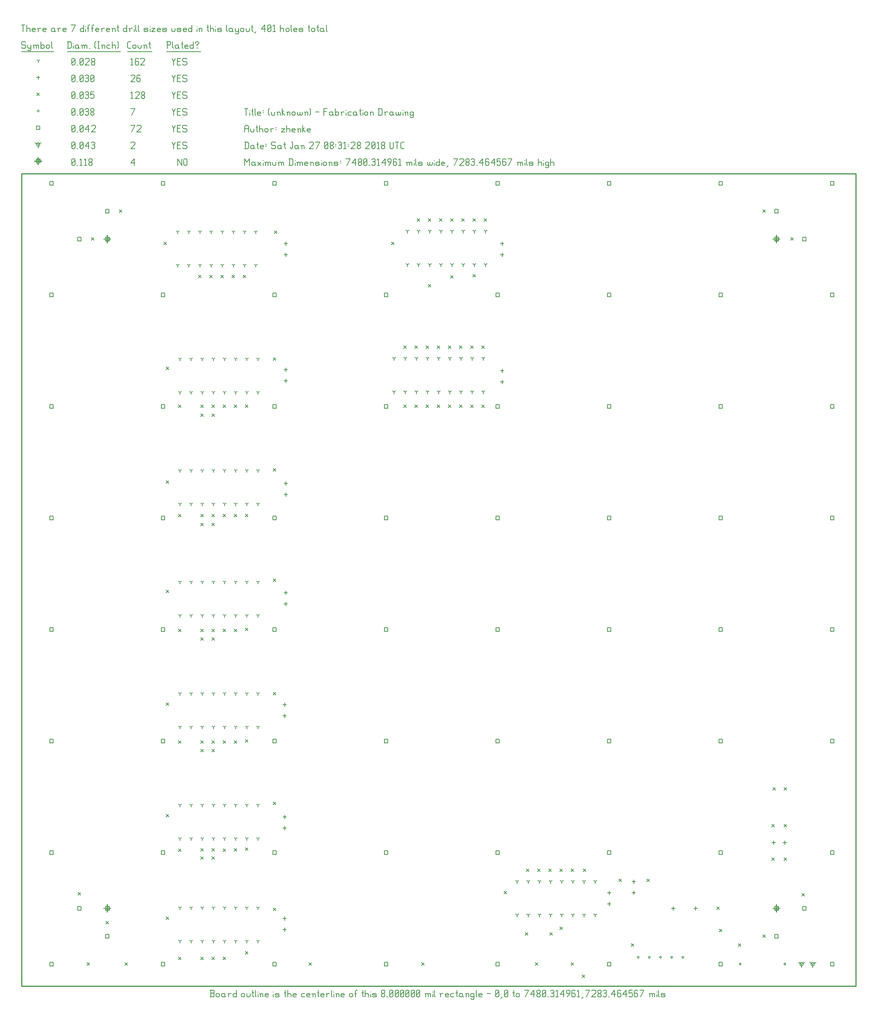
<source format=gbr>
G04 start of page 11 for group -3984 idx -3984 *
G04 Title: (unknown), fab *
G04 Creator: pcb v4.0.2-g2d695f8b *
G04 CreationDate: Sat Jan 27 08:31:28 2018 UTC *
G04 For: zhenke *
G04 Format: Gerber/RS-274X *
G04 PCB-Dimensions (mil): 7480.31 7283.46 *
G04 PCB-Coordinate-Origin: lower left *
%MOIN*%
%FSLAX25Y25*%
%LNFAB*%
%ADD71C,0.0100*%
%ADD70C,0.0075*%
%ADD69C,0.0060*%
%ADD68R,0.0080X0.0080*%
G54D68*X77000Y673046D02*Y666646D01*
X73800Y669846D02*X80200D01*
X75400Y671446D02*X78600D01*
X75400D02*Y668246D01*
X78600D01*
Y671446D02*Y668246D01*
X77000Y73046D02*Y66646D01*
X73800Y69846D02*X80200D01*
X75400Y71446D02*X78600D01*
X75400D02*Y68246D01*
X78600D01*
Y71446D02*Y68246D01*
X677000Y73046D02*Y66646D01*
X673800Y69846D02*X680200D01*
X675400Y71446D02*X678600D01*
X675400D02*Y68246D01*
X678600D01*
Y71446D02*Y68246D01*
X677000Y673046D02*Y666646D01*
X673800Y669846D02*X680200D01*
X675400Y671446D02*X678600D01*
X675400D02*Y668246D01*
X678600D01*
Y671446D02*Y668246D01*
X15000Y742796D02*Y736396D01*
X11800Y739596D02*X18200D01*
X13400Y741196D02*X16600D01*
X13400D02*Y737996D01*
X16600D01*
Y741196D02*Y737996D01*
G54D69*X140000Y741846D02*Y735846D01*
Y741846D02*X143750Y735846D01*
Y741846D02*Y735846D01*
X145550Y741096D02*Y736596D01*
Y741096D02*X146300Y741846D01*
X147800D01*
X148550Y741096D01*
Y736596D01*
X147800Y735846D02*X148550Y736596D01*
X146300Y735846D02*X147800D01*
X145550Y736596D02*X146300Y735846D01*
X98000Y738096D02*X101000Y741846D01*
X98000Y738096D02*X101750D01*
X101000Y741846D02*Y735846D01*
X45000Y736596D02*X45750Y735846D01*
X45000Y741096D02*Y736596D01*
Y741096D02*X45750Y741846D01*
X47250D01*
X48000Y741096D01*
Y736596D01*
X47250Y735846D02*X48000Y736596D01*
X45750Y735846D02*X47250D01*
X45000Y737346D02*X48000Y740346D01*
X49800Y735846D02*X50550D01*
X52350Y740646D02*X53550Y741846D01*
Y735846D01*
X52350D02*X54600D01*
X56400Y740646D02*X57600Y741846D01*
Y735846D01*
X56400D02*X58650D01*
X60450Y736596D02*X61200Y735846D01*
X60450Y737796D02*Y736596D01*
Y737796D02*X61500Y738846D01*
X62400D01*
X63450Y737796D01*
Y736596D01*
X62700Y735846D02*X63450Y736596D01*
X61200Y735846D02*X62700D01*
X60450Y739896D02*X61500Y738846D01*
X60450Y741096D02*Y739896D01*
Y741096D02*X61200Y741846D01*
X62700D01*
X63450Y741096D01*
Y739896D01*
X62400Y738846D02*X63450Y739896D01*
X699500Y19846D02*Y16646D01*
Y19846D02*X702273Y21446D01*
X699500Y19846D02*X696727Y21446D01*
X697900Y19846D02*G75*G03X701100Y19846I1600J0D01*G01*
G75*G03X697900Y19846I-1600J0D01*G01*
X709500D02*Y16646D01*
Y19846D02*X712273Y21446D01*
X709500Y19846D02*X706727Y21446D01*
X707900Y19846D02*G75*G03X711100Y19846I1600J0D01*G01*
G75*G03X707900Y19846I-1600J0D01*G01*
X15000Y754596D02*Y751396D01*
Y754596D02*X17773Y756196D01*
X15000Y754596D02*X12227Y756196D01*
X13400Y754596D02*G75*G03X16600Y754596I1600J0D01*G01*
G75*G03X13400Y754596I-1600J0D01*G01*
X135000Y756846D02*X136500Y753846D01*
X138000Y756846D01*
X136500Y753846D02*Y750846D01*
X139800Y754146D02*X142050D01*
X139800Y750846D02*X142800D01*
X139800Y756846D02*Y750846D01*
Y756846D02*X142800D01*
X147600D02*X148350Y756096D01*
X145350Y756846D02*X147600D01*
X144600Y756096D02*X145350Y756846D01*
X144600Y756096D02*Y754596D01*
X145350Y753846D01*
X147600D01*
X148350Y753096D01*
Y751596D01*
X147600Y750846D02*X148350Y751596D01*
X145350Y750846D02*X147600D01*
X144600Y751596D02*X145350Y750846D01*
X98000Y756096D02*X98750Y756846D01*
X101000D01*
X101750Y756096D01*
Y754596D01*
X98000Y750846D02*X101750Y754596D01*
X98000Y750846D02*X101750D01*
X45000Y751596D02*X45750Y750846D01*
X45000Y756096D02*Y751596D01*
Y756096D02*X45750Y756846D01*
X47250D01*
X48000Y756096D01*
Y751596D01*
X47250Y750846D02*X48000Y751596D01*
X45750Y750846D02*X47250D01*
X45000Y752346D02*X48000Y755346D01*
X49800Y750846D02*X50550D01*
X52350Y751596D02*X53100Y750846D01*
X52350Y756096D02*Y751596D01*
Y756096D02*X53100Y756846D01*
X54600D01*
X55350Y756096D01*
Y751596D01*
X54600Y750846D02*X55350Y751596D01*
X53100Y750846D02*X54600D01*
X52350Y752346D02*X55350Y755346D01*
X57150Y753096D02*X60150Y756846D01*
X57150Y753096D02*X60900D01*
X60150Y756846D02*Y750846D01*
X62700Y756096D02*X63450Y756846D01*
X64950D01*
X65700Y756096D01*
X64950Y750846D02*X65700Y751596D01*
X63450Y750846D02*X64950D01*
X62700Y751596D02*X63450Y750846D01*
Y754146D02*X64950D01*
X65700Y756096D02*Y754896D01*
Y753396D02*Y751596D01*
Y753396D02*X64950Y754146D01*
X65700Y754896D02*X64950Y754146D01*
X625400Y21446D02*X628600D01*
X625400D02*Y18246D01*
X628600D01*
Y21446D02*Y18246D01*
X725400Y221446D02*X728600D01*
X725400D02*Y218246D01*
X728600D01*
Y221446D02*Y218246D01*
X700400Y671446D02*X703600D01*
X700400D02*Y668246D01*
X703600D01*
Y671446D02*Y668246D01*
X675400Y46446D02*X678600D01*
X675400D02*Y43246D01*
X678600D01*
Y46446D02*Y43246D01*
X700400Y71446D02*X703600D01*
X700400D02*Y68246D01*
X703600D01*
Y71446D02*Y68246D01*
X675400Y696446D02*X678600D01*
X675400D02*Y693246D01*
X678600D01*
Y696446D02*Y693246D01*
X75400Y696446D02*X78600D01*
X75400D02*Y693246D01*
X78600D01*
Y696446D02*Y693246D01*
X50400Y671446D02*X53600D01*
X50400D02*Y668246D01*
X53600D01*
Y671446D02*Y668246D01*
X50400Y71446D02*X53600D01*
X50400D02*Y68246D01*
X53600D01*
Y71446D02*Y68246D01*
X75400Y46446D02*X78600D01*
X75400D02*Y43246D01*
X78600D01*
Y46446D02*Y43246D01*
X725400Y721446D02*X728600D01*
X725400D02*Y718246D01*
X728600D01*
Y721446D02*Y718246D01*
X725400Y621446D02*X728600D01*
X725400D02*Y618246D01*
X728600D01*
Y621446D02*Y618246D01*
X725400Y521446D02*X728600D01*
X725400D02*Y518246D01*
X728600D01*
Y521446D02*Y518246D01*
X725400Y421446D02*X728600D01*
X725400D02*Y418246D01*
X728600D01*
Y421446D02*Y418246D01*
X625400Y721446D02*X628600D01*
X625400D02*Y718246D01*
X628600D01*
Y721446D02*Y718246D01*
X625400Y621446D02*X628600D01*
X625400D02*Y618246D01*
X628600D01*
Y621446D02*Y618246D01*
X625400Y521446D02*X628600D01*
X625400D02*Y518246D01*
X628600D01*
Y521446D02*Y518246D01*
X625400Y421446D02*X628600D01*
X625400D02*Y418246D01*
X628600D01*
Y421446D02*Y418246D01*
X525400Y721446D02*X528600D01*
X525400D02*Y718246D01*
X528600D01*
Y721446D02*Y718246D01*
X525400Y621446D02*X528600D01*
X525400D02*Y618246D01*
X528600D01*
Y621446D02*Y618246D01*
X525400Y521446D02*X528600D01*
X525400D02*Y518246D01*
X528600D01*
Y521446D02*Y518246D01*
X525400Y421446D02*X528600D01*
X525400D02*Y418246D01*
X528600D01*
Y421446D02*Y418246D01*
X425400Y721446D02*X428600D01*
X425400D02*Y718246D01*
X428600D01*
Y721446D02*Y718246D01*
X425400Y621446D02*X428600D01*
X425400D02*Y618246D01*
X428600D01*
Y621446D02*Y618246D01*
X425400Y521446D02*X428600D01*
X425400D02*Y518246D01*
X428600D01*
Y521446D02*Y518246D01*
X425400Y421446D02*X428600D01*
X425400D02*Y418246D01*
X428600D01*
Y421446D02*Y418246D01*
X325400Y721446D02*X328600D01*
X325400D02*Y718246D01*
X328600D01*
Y721446D02*Y718246D01*
X325400Y621446D02*X328600D01*
X325400D02*Y618246D01*
X328600D01*
Y621446D02*Y618246D01*
X325400Y521446D02*X328600D01*
X325400D02*Y518246D01*
X328600D01*
Y521446D02*Y518246D01*
X325400Y421446D02*X328600D01*
X325400D02*Y418246D01*
X328600D01*
Y421446D02*Y418246D01*
X225400Y721446D02*X228600D01*
X225400D02*Y718246D01*
X228600D01*
Y721446D02*Y718246D01*
X225400Y621446D02*X228600D01*
X225400D02*Y618246D01*
X228600D01*
Y621446D02*Y618246D01*
X225400Y521446D02*X228600D01*
X225400D02*Y518246D01*
X228600D01*
Y521446D02*Y518246D01*
X225400Y421446D02*X228600D01*
X225400D02*Y418246D01*
X228600D01*
Y421446D02*Y418246D01*
X125400Y721446D02*X128600D01*
X125400D02*Y718246D01*
X128600D01*
Y721446D02*Y718246D01*
X125400Y621446D02*X128600D01*
X125400D02*Y618246D01*
X128600D01*
Y621446D02*Y618246D01*
X125400Y521446D02*X128600D01*
X125400D02*Y518246D01*
X128600D01*
Y521446D02*Y518246D01*
X125400Y421446D02*X128600D01*
X125400D02*Y418246D01*
X128600D01*
Y421446D02*Y418246D01*
X25400Y721446D02*X28600D01*
X25400D02*Y718246D01*
X28600D01*
Y721446D02*Y718246D01*
X25400Y621446D02*X28600D01*
X25400D02*Y618246D01*
X28600D01*
Y621446D02*Y618246D01*
X25400Y521446D02*X28600D01*
X25400D02*Y518246D01*
X28600D01*
Y521446D02*Y518246D01*
X25400Y421446D02*X28600D01*
X25400D02*Y418246D01*
X28600D01*
Y421446D02*Y418246D01*
X25400Y321446D02*X28600D01*
X25400D02*Y318246D01*
X28600D01*
Y321446D02*Y318246D01*
X125400Y321446D02*X128600D01*
X125400D02*Y318246D01*
X128600D01*
Y321446D02*Y318246D01*
X225400Y321446D02*X228600D01*
X225400D02*Y318246D01*
X228600D01*
Y321446D02*Y318246D01*
X325400Y321446D02*X328600D01*
X325400D02*Y318246D01*
X328600D01*
Y321446D02*Y318246D01*
X425400Y321446D02*X428600D01*
X425400D02*Y318246D01*
X428600D01*
Y321446D02*Y318246D01*
X525400Y321446D02*X528600D01*
X525400D02*Y318246D01*
X528600D01*
Y321446D02*Y318246D01*
X625400Y321446D02*X628600D01*
X625400D02*Y318246D01*
X628600D01*
Y321446D02*Y318246D01*
X725400Y321446D02*X728600D01*
X725400D02*Y318246D01*
X728600D01*
Y321446D02*Y318246D01*
X25400Y221446D02*X28600D01*
X25400D02*Y218246D01*
X28600D01*
Y221446D02*Y218246D01*
X125400Y221446D02*X128600D01*
X125400D02*Y218246D01*
X128600D01*
Y221446D02*Y218246D01*
X225400Y221446D02*X228600D01*
X225400D02*Y218246D01*
X228600D01*
Y221446D02*Y218246D01*
X325400Y221446D02*X328600D01*
X325400D02*Y218246D01*
X328600D01*
Y221446D02*Y218246D01*
X425400Y221446D02*X428600D01*
X425400D02*Y218246D01*
X428600D01*
Y221446D02*Y218246D01*
X525400Y221446D02*X528600D01*
X525400D02*Y218246D01*
X528600D01*
Y221446D02*Y218246D01*
X625400Y221446D02*X628600D01*
X625400D02*Y218246D01*
X628600D01*
Y221446D02*Y218246D01*
X25400Y121446D02*X28600D01*
X25400D02*Y118246D01*
X28600D01*
Y121446D02*Y118246D01*
X125400Y121446D02*X128600D01*
X125400D02*Y118246D01*
X128600D01*
Y121446D02*Y118246D01*
X225400Y121446D02*X228600D01*
X225400D02*Y118246D01*
X228600D01*
Y121446D02*Y118246D01*
X325400Y121446D02*X328600D01*
X325400D02*Y118246D01*
X328600D01*
Y121446D02*Y118246D01*
X425400Y121446D02*X428600D01*
X425400D02*Y118246D01*
X428600D01*
Y121446D02*Y118246D01*
X525400Y121446D02*X528600D01*
X525400D02*Y118246D01*
X528600D01*
Y121446D02*Y118246D01*
X625400Y121446D02*X628600D01*
X625400D02*Y118246D01*
X628600D01*
Y121446D02*Y118246D01*
X725400Y121446D02*X728600D01*
X725400D02*Y118246D01*
X728600D01*
Y121446D02*Y118246D01*
X725400Y21446D02*X728600D01*
X725400D02*Y18246D01*
X728600D01*
Y21446D02*Y18246D01*
X525400Y21446D02*X528600D01*
X525400D02*Y18246D01*
X528600D01*
Y21446D02*Y18246D01*
X25400Y21446D02*X28600D01*
X25400D02*Y18246D01*
X28600D01*
Y21446D02*Y18246D01*
X225400Y21446D02*X228600D01*
X225400D02*Y18246D01*
X228600D01*
Y21446D02*Y18246D01*
X125400Y21446D02*X128600D01*
X125400D02*Y18246D01*
X128600D01*
Y21446D02*Y18246D01*
X325400Y21446D02*X328600D01*
X325400D02*Y18246D01*
X328600D01*
Y21446D02*Y18246D01*
X425400Y21446D02*X428600D01*
X425400D02*Y18246D01*
X428600D01*
Y21446D02*Y18246D01*
X13400Y771196D02*X16600D01*
X13400D02*Y767996D01*
X16600D01*
Y771196D02*Y767996D01*
X135000Y771846D02*X136500Y768846D01*
X138000Y771846D01*
X136500Y768846D02*Y765846D01*
X139800Y769146D02*X142050D01*
X139800Y765846D02*X142800D01*
X139800Y771846D02*Y765846D01*
Y771846D02*X142800D01*
X147600D02*X148350Y771096D01*
X145350Y771846D02*X147600D01*
X144600Y771096D02*X145350Y771846D01*
X144600Y771096D02*Y769596D01*
X145350Y768846D01*
X147600D01*
X148350Y768096D01*
Y766596D01*
X147600Y765846D02*X148350Y766596D01*
X145350Y765846D02*X147600D01*
X144600Y766596D02*X145350Y765846D01*
X98750D02*X101750Y771846D01*
X98000D02*X101750D01*
X103550Y771096D02*X104300Y771846D01*
X106550D01*
X107300Y771096D01*
Y769596D01*
X103550Y765846D02*X107300Y769596D01*
X103550Y765846D02*X107300D01*
X45000Y766596D02*X45750Y765846D01*
X45000Y771096D02*Y766596D01*
Y771096D02*X45750Y771846D01*
X47250D01*
X48000Y771096D01*
Y766596D01*
X47250Y765846D02*X48000Y766596D01*
X45750Y765846D02*X47250D01*
X45000Y767346D02*X48000Y770346D01*
X49800Y765846D02*X50550D01*
X52350Y766596D02*X53100Y765846D01*
X52350Y771096D02*Y766596D01*
Y771096D02*X53100Y771846D01*
X54600D01*
X55350Y771096D01*
Y766596D01*
X54600Y765846D02*X55350Y766596D01*
X53100Y765846D02*X54600D01*
X52350Y767346D02*X55350Y770346D01*
X57150Y768096D02*X60150Y771846D01*
X57150Y768096D02*X60900D01*
X60150Y771846D02*Y765846D01*
X62700Y771096D02*X63450Y771846D01*
X65700D01*
X66450Y771096D01*
Y769596D01*
X62700Y765846D02*X66450Y769596D01*
X62700Y765846D02*X66450D01*
X572200Y25846D02*G75*G03X573800Y25846I800J0D01*G01*
G75*G03X572200Y25846I-800J0D01*G01*
X562200D02*G75*G03X563800Y25846I800J0D01*G01*
G75*G03X562200Y25846I-800J0D01*G01*
X552200D02*G75*G03X553800Y25846I800J0D01*G01*
G75*G03X552200Y25846I-800J0D01*G01*
X582200D02*G75*G03X583800Y25846I800J0D01*G01*
G75*G03X582200Y25846I-800J0D01*G01*
X592200D02*G75*G03X593800Y25846I800J0D01*G01*
G75*G03X592200Y25846I-800J0D01*G01*
X683700Y19846D02*G75*G03X685300Y19846I800J0D01*G01*
G75*G03X683700Y19846I-800J0D01*G01*
X643700D02*G75*G03X645300Y19846I800J0D01*G01*
G75*G03X643700Y19846I-800J0D01*G01*
X14200Y784596D02*G75*G03X15800Y784596I800J0D01*G01*
G75*G03X14200Y784596I-800J0D01*G01*
X135000Y786846D02*X136500Y783846D01*
X138000Y786846D01*
X136500Y783846D02*Y780846D01*
X139800Y784146D02*X142050D01*
X139800Y780846D02*X142800D01*
X139800Y786846D02*Y780846D01*
Y786846D02*X142800D01*
X147600D02*X148350Y786096D01*
X145350Y786846D02*X147600D01*
X144600Y786096D02*X145350Y786846D01*
X144600Y786096D02*Y784596D01*
X145350Y783846D01*
X147600D01*
X148350Y783096D01*
Y781596D01*
X147600Y780846D02*X148350Y781596D01*
X145350Y780846D02*X147600D01*
X144600Y781596D02*X145350Y780846D01*
X98750D02*X101750Y786846D01*
X98000D02*X101750D01*
X45000Y781596D02*X45750Y780846D01*
X45000Y786096D02*Y781596D01*
Y786096D02*X45750Y786846D01*
X47250D01*
X48000Y786096D01*
Y781596D01*
X47250Y780846D02*X48000Y781596D01*
X45750Y780846D02*X47250D01*
X45000Y782346D02*X48000Y785346D01*
X49800Y780846D02*X50550D01*
X52350Y781596D02*X53100Y780846D01*
X52350Y786096D02*Y781596D01*
Y786096D02*X53100Y786846D01*
X54600D01*
X55350Y786096D01*
Y781596D01*
X54600Y780846D02*X55350Y781596D01*
X53100Y780846D02*X54600D01*
X52350Y782346D02*X55350Y785346D01*
X57150Y786096D02*X57900Y786846D01*
X59400D01*
X60150Y786096D01*
X59400Y780846D02*X60150Y781596D01*
X57900Y780846D02*X59400D01*
X57150Y781596D02*X57900Y780846D01*
Y784146D02*X59400D01*
X60150Y786096D02*Y784896D01*
Y783396D02*Y781596D01*
Y783396D02*X59400Y784146D01*
X60150Y784896D02*X59400Y784146D01*
X61950Y781596D02*X62700Y780846D01*
X61950Y782796D02*Y781596D01*
Y782796D02*X63000Y783846D01*
X63900D01*
X64950Y782796D01*
Y781596D01*
X64200Y780846D02*X64950Y781596D01*
X62700Y780846D02*X64200D01*
X61950Y784896D02*X63000Y783846D01*
X61950Y786096D02*Y784896D01*
Y786096D02*X62700Y786846D01*
X64200D01*
X64950Y786096D01*
Y784896D01*
X63900Y783846D02*X64950Y784896D01*
X225800Y70046D02*X228200Y67646D01*
X225800D02*X228200Y70046D01*
X560800Y96046D02*X563200Y93646D01*
X560800D02*X563200Y96046D01*
X502800Y10046D02*X505200Y7646D01*
X502800D02*X505200Y10046D01*
X200800Y521046D02*X203200Y518646D01*
X200800D02*X203200Y521046D01*
X190800D02*X193200Y518646D01*
X190800D02*X193200Y521046D01*
X180800D02*X183200Y518646D01*
X180800D02*X183200Y521046D01*
X170800Y513046D02*X173200Y510646D01*
X170800D02*X173200Y513046D01*
X170800Y521046D02*X173200Y518646D01*
X170800D02*X173200Y521046D01*
X160800Y513046D02*X163200Y510646D01*
X160800D02*X163200Y513046D01*
X160800Y521046D02*X163200Y518646D01*
X160800D02*X163200Y521046D01*
X140800D02*X143200Y518646D01*
X140800D02*X143200Y521046D01*
X225800Y563546D02*X228200Y561146D01*
X225800D02*X228200Y563546D01*
X503800Y105046D02*X506200Y102646D01*
X503800D02*X506200Y105046D01*
X62800Y671046D02*X65200Y668646D01*
X62800D02*X65200Y671046D01*
X170800Y26046D02*X173200Y23646D01*
X170800D02*X173200Y26046D01*
X180800D02*X183200Y23646D01*
X180800D02*X183200Y26046D01*
X160800D02*X163200Y23646D01*
X160800D02*X163200Y26046D01*
X140800D02*X143200Y23646D01*
X140800D02*X143200Y26046D01*
X200800Y221046D02*X203200Y218646D01*
X200800D02*X203200Y221046D01*
X170800Y220046D02*X173200Y217646D01*
X170800D02*X173200Y220046D01*
X75800Y58046D02*X78200Y55646D01*
X75800D02*X78200Y58046D01*
X200800Y31046D02*X203200Y28646D01*
X200800D02*X203200Y31046D01*
X129800Y62046D02*X132200Y59646D01*
X129800D02*X132200Y62046D01*
X664800Y696046D02*X667200Y693646D01*
X664800D02*X667200Y696046D01*
X689800Y671046D02*X692200Y668646D01*
X689800D02*X692200Y671046D01*
X699800Y83046D02*X702200Y80646D01*
X699800D02*X702200Y83046D01*
X664800Y46046D02*X667200Y43646D01*
X664800D02*X667200Y46046D01*
X50800Y84046D02*X53200Y81646D01*
X50800D02*X53200Y84046D01*
X87800Y696046D02*X90200Y693646D01*
X87800D02*X90200Y696046D01*
X672800Y115046D02*X675200Y112646D01*
X672800D02*X675200Y115046D01*
X683800D02*X686200Y112646D01*
X683800D02*X686200Y115046D01*
X683800Y145046D02*X686200Y142646D01*
X683800D02*X686200Y145046D01*
X672800D02*X675200Y142646D01*
X672800D02*X675200Y145046D01*
X683800Y178046D02*X686200Y175646D01*
X683800D02*X686200Y178046D01*
X673800D02*X676200Y175646D01*
X673800D02*X676200Y178046D01*
X546800Y38046D02*X549200Y35646D01*
X546800D02*X549200Y38046D01*
X642800D02*X645200Y35646D01*
X642800D02*X645200Y38046D01*
X432800Y85046D02*X435200Y82646D01*
X432800D02*X435200Y85046D01*
X482800Y53046D02*X485200Y50646D01*
X482800D02*X485200Y53046D01*
X451800Y48046D02*X454200Y45646D01*
X451800D02*X454200Y48046D01*
X473800D02*X476200Y45646D01*
X473800D02*X476200Y48046D01*
X200800Y124046D02*X203200Y121646D01*
X200800D02*X203200Y124046D01*
X200800Y321046D02*X203200Y318646D01*
X200800D02*X203200Y321046D01*
X200800Y423046D02*X203200Y420646D01*
X200800D02*X203200Y423046D01*
X535800Y96046D02*X538200Y93646D01*
X535800D02*X538200Y96046D01*
X452800Y105046D02*X455200Y102646D01*
X452800D02*X455200Y105046D01*
X462800D02*X465200Y102646D01*
X462800D02*X465200Y105046D01*
X472800D02*X475200Y102646D01*
X472800D02*X475200Y105046D01*
X482800D02*X485200Y102646D01*
X482800D02*X485200Y105046D01*
X492800D02*X495200Y102646D01*
X492800D02*X495200Y105046D01*
X140800Y220046D02*X143200Y217646D01*
X140800D02*X143200Y220046D01*
X92800Y21046D02*X95200Y18646D01*
X92800D02*X95200Y21046D01*
X140800Y123046D02*X143200Y120646D01*
X140800D02*X143200Y123046D01*
X384800Y637046D02*X387200Y634646D01*
X384800D02*X387200Y637046D01*
X331800Y667046D02*X334200Y664646D01*
X331800D02*X334200Y667046D01*
X160800Y212546D02*X163200Y210146D01*
X160800D02*X163200Y212546D01*
X160800Y220046D02*X163200Y217646D01*
X160800D02*X163200Y220046D01*
X170800Y212546D02*X173200Y210146D01*
X170800D02*X173200Y212546D01*
X180800Y220046D02*X183200Y217646D01*
X180800D02*X183200Y220046D01*
X190800D02*X193200Y217646D01*
X190800D02*X193200Y220046D01*
X170800Y320046D02*X173200Y317646D01*
X170800D02*X173200Y320046D01*
X170800Y312546D02*X173200Y310146D01*
X170800D02*X173200Y312546D01*
X180800Y320046D02*X183200Y317646D01*
X180800D02*X183200Y320046D01*
X140800D02*X143200Y317646D01*
X140800D02*X143200Y320046D01*
X160800Y312546D02*X163200Y310146D01*
X160800D02*X163200Y312546D01*
X190800Y320046D02*X193200Y317646D01*
X190800D02*X193200Y320046D01*
X160800D02*X163200Y317646D01*
X160800D02*X163200Y320046D01*
X180800Y123046D02*X183200Y120646D01*
X180800D02*X183200Y123046D01*
X129800Y154046D02*X132200Y151646D01*
X129800D02*X132200Y154046D01*
X342800Y521046D02*X345200Y518646D01*
X342800D02*X345200Y521046D01*
X352800D02*X355200Y518646D01*
X352800D02*X355200Y521046D01*
X362800D02*X365200Y518646D01*
X362800D02*X365200Y521046D01*
X372800D02*X375200Y518646D01*
X372800D02*X375200Y521046D01*
X382800D02*X385200Y518646D01*
X382800D02*X385200Y521046D01*
X392800D02*X395200Y518646D01*
X392800D02*X395200Y521046D01*
X402800D02*X405200Y518646D01*
X402800D02*X405200Y521046D01*
X412800D02*X415200Y518646D01*
X412800D02*X415200Y521046D01*
X372800Y574046D02*X375200Y571646D01*
X372800D02*X375200Y574046D01*
X412800D02*X415200Y571646D01*
X412800D02*X415200Y574046D01*
X402800D02*X405200Y571646D01*
X402800D02*X405200Y574046D01*
X392800D02*X395200Y571646D01*
X392800D02*X395200Y574046D01*
X382800D02*X385200Y571646D01*
X382800D02*X385200Y574046D01*
X362800D02*X365200Y571646D01*
X362800D02*X365200Y574046D01*
X352800D02*X355200Y571646D01*
X352800D02*X355200Y574046D01*
X342800D02*X345200Y571646D01*
X342800D02*X345200Y574046D01*
X127800Y667046D02*X130200Y664646D01*
X127800D02*X130200Y667046D01*
X129800Y555046D02*X132200Y552646D01*
X129800D02*X132200Y555046D01*
X129800Y453046D02*X132200Y450646D01*
X129800D02*X132200Y453046D01*
X129800Y355046D02*X132200Y352646D01*
X129800D02*X132200Y355046D01*
X364800Y629046D02*X367200Y626646D01*
X364800D02*X367200Y629046D01*
X404800Y638046D02*X407200Y635646D01*
X404800D02*X407200Y638046D01*
X226800Y677046D02*X229200Y674646D01*
X226800D02*X229200Y677046D01*
X364800Y688046D02*X367200Y685646D01*
X364800D02*X367200Y688046D01*
X414800D02*X417200Y685646D01*
X414800D02*X417200Y688046D01*
X404800D02*X407200Y685646D01*
X404800D02*X407200Y688046D01*
X394800D02*X397200Y685646D01*
X394800D02*X397200Y688046D01*
X384800D02*X387200Y685646D01*
X384800D02*X387200Y688046D01*
X374800D02*X377200Y685646D01*
X374800D02*X377200Y688046D01*
X354800D02*X357200Y685646D01*
X354800D02*X357200Y688046D01*
X225800Y464046D02*X228200Y461646D01*
X225800D02*X228200Y464046D01*
X225800Y365046D02*X228200Y362646D01*
X225800D02*X228200Y365046D01*
X190800Y423046D02*X193200Y420646D01*
X190800D02*X193200Y423046D01*
X180800D02*X183200Y420646D01*
X180800D02*X183200Y423046D01*
X170800Y415046D02*X173200Y412646D01*
X170800D02*X173200Y415046D01*
X170800Y423046D02*X173200Y420646D01*
X170800D02*X173200Y423046D01*
X160800Y415046D02*X163200Y412646D01*
X160800D02*X163200Y415046D01*
X160800Y423046D02*X163200Y420646D01*
X160800D02*X163200Y423046D01*
X140800D02*X143200Y420646D01*
X140800D02*X143200Y423046D01*
X225800Y165046D02*X228200Y162646D01*
X225800D02*X228200Y165046D01*
X170800Y116046D02*X173200Y113646D01*
X170800D02*X173200Y116046D01*
X170800Y123546D02*X173200Y121146D01*
X170800D02*X173200Y123546D01*
X160800Y116046D02*X163200Y113646D01*
X160800D02*X163200Y116046D01*
X160800Y123546D02*X163200Y121146D01*
X160800D02*X163200Y123546D01*
X190800D02*X193200Y121146D01*
X190800D02*X193200Y123546D01*
X58800Y21046D02*X61200Y18646D01*
X58800D02*X61200Y21046D01*
X257800D02*X260200Y18646D01*
X257800D02*X260200Y21046D01*
X358800D02*X361200Y18646D01*
X358800D02*X361200Y21046D01*
X460800D02*X463200Y18646D01*
X460800D02*X463200Y21046D01*
X625800Y51046D02*X628200Y48646D01*
X625800D02*X628200Y51046D01*
X492800Y21046D02*X495200Y18646D01*
X492800D02*X495200Y21046D01*
X623300Y71046D02*X625700Y68646D01*
X623300D02*X625700Y71046D01*
X129800Y254046D02*X132200Y251646D01*
X129800D02*X132200Y254046D01*
X225800Y263546D02*X228200Y261146D01*
X225800D02*X228200Y263546D01*
X198800Y637546D02*X201200Y635146D01*
X198800D02*X201200Y637546D01*
X188800D02*X191200Y635146D01*
X188800D02*X191200Y637546D01*
X178800D02*X181200Y635146D01*
X178800D02*X181200Y637546D01*
X168800D02*X171200Y635146D01*
X168800D02*X171200Y637546D01*
X158800D02*X161200Y635146D01*
X158800D02*X161200Y637546D01*
X13800Y800796D02*X16200Y798396D01*
X13800D02*X16200Y800796D01*
X135000Y801846D02*X136500Y798846D01*
X138000Y801846D01*
X136500Y798846D02*Y795846D01*
X139800Y799146D02*X142050D01*
X139800Y795846D02*X142800D01*
X139800Y801846D02*Y795846D01*
Y801846D02*X142800D01*
X147600D02*X148350Y801096D01*
X145350Y801846D02*X147600D01*
X144600Y801096D02*X145350Y801846D01*
X144600Y801096D02*Y799596D01*
X145350Y798846D01*
X147600D01*
X148350Y798096D01*
Y796596D01*
X147600Y795846D02*X148350Y796596D01*
X145350Y795846D02*X147600D01*
X144600Y796596D02*X145350Y795846D01*
X98000Y800646D02*X99200Y801846D01*
Y795846D01*
X98000D02*X100250D01*
X102050Y801096D02*X102800Y801846D01*
X105050D01*
X105800Y801096D01*
Y799596D01*
X102050Y795846D02*X105800Y799596D01*
X102050Y795846D02*X105800D01*
X107600Y796596D02*X108350Y795846D01*
X107600Y797796D02*Y796596D01*
Y797796D02*X108650Y798846D01*
X109550D01*
X110600Y797796D01*
Y796596D01*
X109850Y795846D02*X110600Y796596D01*
X108350Y795846D02*X109850D01*
X107600Y799896D02*X108650Y798846D01*
X107600Y801096D02*Y799896D01*
Y801096D02*X108350Y801846D01*
X109850D01*
X110600Y801096D01*
Y799896D01*
X109550Y798846D02*X110600Y799896D01*
X45000Y796596D02*X45750Y795846D01*
X45000Y801096D02*Y796596D01*
Y801096D02*X45750Y801846D01*
X47250D01*
X48000Y801096D01*
Y796596D01*
X47250Y795846D02*X48000Y796596D01*
X45750Y795846D02*X47250D01*
X45000Y797346D02*X48000Y800346D01*
X49800Y795846D02*X50550D01*
X52350Y796596D02*X53100Y795846D01*
X52350Y801096D02*Y796596D01*
Y801096D02*X53100Y801846D01*
X54600D01*
X55350Y801096D01*
Y796596D01*
X54600Y795846D02*X55350Y796596D01*
X53100Y795846D02*X54600D01*
X52350Y797346D02*X55350Y800346D01*
X57150Y801096D02*X57900Y801846D01*
X59400D01*
X60150Y801096D01*
X59400Y795846D02*X60150Y796596D01*
X57900Y795846D02*X59400D01*
X57150Y796596D02*X57900Y795846D01*
Y799146D02*X59400D01*
X60150Y801096D02*Y799896D01*
Y798396D02*Y796596D01*
Y798396D02*X59400Y799146D01*
X60150Y799896D02*X59400Y799146D01*
X61950Y801846D02*X64950D01*
X61950D02*Y798846D01*
X62700Y799596D01*
X64200D01*
X64950Y798846D01*
Y796596D01*
X64200Y795846D02*X64950Y796596D01*
X62700Y795846D02*X64200D01*
X61950Y796596D02*X62700Y795846D01*
X549000Y95446D02*Y92246D01*
X547400Y93846D02*X550600D01*
X549000Y85446D02*Y82246D01*
X547400Y83846D02*X550600D01*
X527000Y75446D02*Y72246D01*
X525400Y73846D02*X528600D01*
X527000Y85446D02*Y82246D01*
X525400Y83846D02*X528600D01*
X431000Y543446D02*Y540246D01*
X429400Y541846D02*X432600D01*
X431000Y553446D02*Y550246D01*
X429400Y551846D02*X432600D01*
X431000Y667446D02*Y664246D01*
X429400Y665846D02*X432600D01*
X431000Y657446D02*Y654246D01*
X429400Y655846D02*X432600D01*
X237000Y657446D02*Y654246D01*
X235400Y655846D02*X238600D01*
X237000Y667446D02*Y664246D01*
X235400Y665846D02*X238600D01*
X236000Y143446D02*Y140246D01*
X234400Y141846D02*X237600D01*
X236000Y153446D02*Y150246D01*
X234400Y151846D02*X237600D01*
X236000Y243946D02*Y240746D01*
X234400Y242346D02*X237600D01*
X236000Y253946D02*Y250746D01*
X234400Y252346D02*X237600D01*
X236000Y52446D02*Y49246D01*
X234400Y50846D02*X237600D01*
X236000Y62446D02*Y59246D01*
X234400Y60846D02*X237600D01*
X684500Y130446D02*Y127246D01*
X682900Y128846D02*X686100D01*
X674500Y130446D02*Y127246D01*
X672900Y128846D02*X676100D01*
X584500Y71446D02*Y68246D01*
X582900Y69846D02*X586100D01*
X604500Y71446D02*Y68246D01*
X602900Y69846D02*X606100D01*
X237000Y344446D02*Y341246D01*
X235400Y342846D02*X238600D01*
X237000Y354446D02*Y351246D01*
X235400Y352846D02*X238600D01*
X237000Y442446D02*Y439246D01*
X235400Y440846D02*X238600D01*
X237000Y452446D02*Y449246D01*
X235400Y450846D02*X238600D01*
X237000Y544446D02*Y541246D01*
X235400Y542846D02*X238600D01*
X237000Y554446D02*Y551246D01*
X235400Y552846D02*X238600D01*
X15000Y816196D02*Y812996D01*
X13400Y814596D02*X16600D01*
X135000Y816846D02*X136500Y813846D01*
X138000Y816846D01*
X136500Y813846D02*Y810846D01*
X139800Y814146D02*X142050D01*
X139800Y810846D02*X142800D01*
X139800Y816846D02*Y810846D01*
Y816846D02*X142800D01*
X147600D02*X148350Y816096D01*
X145350Y816846D02*X147600D01*
X144600Y816096D02*X145350Y816846D01*
X144600Y816096D02*Y814596D01*
X145350Y813846D01*
X147600D01*
X148350Y813096D01*
Y811596D01*
X147600Y810846D02*X148350Y811596D01*
X145350Y810846D02*X147600D01*
X144600Y811596D02*X145350Y810846D01*
X98000Y816096D02*X98750Y816846D01*
X101000D01*
X101750Y816096D01*
Y814596D01*
X98000Y810846D02*X101750Y814596D01*
X98000Y810846D02*X101750D01*
X105800Y816846D02*X106550Y816096D01*
X104300Y816846D02*X105800D01*
X103550Y816096D02*X104300Y816846D01*
X103550Y816096D02*Y811596D01*
X104300Y810846D01*
X105800Y814146D02*X106550Y813396D01*
X103550Y814146D02*X105800D01*
X104300Y810846D02*X105800D01*
X106550Y811596D01*
Y813396D02*Y811596D01*
X45000D02*X45750Y810846D01*
X45000Y816096D02*Y811596D01*
Y816096D02*X45750Y816846D01*
X47250D01*
X48000Y816096D01*
Y811596D01*
X47250Y810846D02*X48000Y811596D01*
X45750Y810846D02*X47250D01*
X45000Y812346D02*X48000Y815346D01*
X49800Y810846D02*X50550D01*
X52350Y811596D02*X53100Y810846D01*
X52350Y816096D02*Y811596D01*
Y816096D02*X53100Y816846D01*
X54600D01*
X55350Y816096D01*
Y811596D01*
X54600Y810846D02*X55350Y811596D01*
X53100Y810846D02*X54600D01*
X52350Y812346D02*X55350Y815346D01*
X57150Y816096D02*X57900Y816846D01*
X59400D01*
X60150Y816096D01*
X59400Y810846D02*X60150Y811596D01*
X57900Y810846D02*X59400D01*
X57150Y811596D02*X57900Y810846D01*
Y814146D02*X59400D01*
X60150Y816096D02*Y814896D01*
Y813396D02*Y811596D01*
Y813396D02*X59400Y814146D01*
X60150Y814896D02*X59400Y814146D01*
X61950Y811596D02*X62700Y810846D01*
X61950Y816096D02*Y811596D01*
Y816096D02*X62700Y816846D01*
X64200D01*
X64950Y816096D01*
Y811596D01*
X64200Y810846D02*X64950Y811596D01*
X62700Y810846D02*X64200D01*
X61950Y812346D02*X64950Y815346D01*
X212000Y70346D02*Y68746D01*
Y70346D02*X213387Y71146D01*
X212000Y70346D02*X210613Y71146D01*
X202000Y70346D02*Y68746D01*
Y70346D02*X203387Y71146D01*
X202000Y70346D02*X200613Y71146D01*
X192000Y70346D02*Y68746D01*
Y70346D02*X193387Y71146D01*
X192000Y70346D02*X190613Y71146D01*
X182000Y70346D02*Y68746D01*
Y70346D02*X183387Y71146D01*
X182000Y70346D02*X180613Y71146D01*
X172000Y70346D02*Y68746D01*
Y70346D02*X173387Y71146D01*
X172000Y70346D02*X170613Y71146D01*
X162000Y70346D02*Y68746D01*
Y70346D02*X163387Y71146D01*
X162000Y70346D02*X160613Y71146D01*
X152000Y70346D02*Y68746D01*
Y70346D02*X153387Y71146D01*
X152000Y70346D02*X150613Y71146D01*
X142000Y70346D02*Y68746D01*
Y70346D02*X143387Y71146D01*
X142000Y70346D02*X140613Y71146D01*
X142000Y40346D02*Y38746D01*
Y40346D02*X143387Y41146D01*
X142000Y40346D02*X140613Y41146D01*
X152000Y40346D02*Y38746D01*
Y40346D02*X153387Y41146D01*
X152000Y40346D02*X150613Y41146D01*
X162000Y40346D02*Y38746D01*
Y40346D02*X163387Y41146D01*
X162000Y40346D02*X160613Y41146D01*
X172000Y40346D02*Y38746D01*
Y40346D02*X173387Y41146D01*
X172000Y40346D02*X170613Y41146D01*
X182000Y40346D02*Y38746D01*
Y40346D02*X183387Y41146D01*
X182000Y40346D02*X180613Y41146D01*
X192000Y40346D02*Y38746D01*
Y40346D02*X193387Y41146D01*
X192000Y40346D02*X190613Y41146D01*
X202000Y40346D02*Y38746D01*
Y40346D02*X203387Y41146D01*
X202000Y40346D02*X200613Y41146D01*
X212000Y40346D02*Y38746D01*
Y40346D02*X213387Y41146D01*
X212000Y40346D02*X210613Y41146D01*
X212000Y562346D02*Y560746D01*
Y562346D02*X213387Y563146D01*
X212000Y562346D02*X210613Y563146D01*
X202000Y562346D02*Y560746D01*
Y562346D02*X203387Y563146D01*
X202000Y562346D02*X200613Y563146D01*
X192000Y562346D02*Y560746D01*
Y562346D02*X193387Y563146D01*
X192000Y562346D02*X190613Y563146D01*
X182000Y562346D02*Y560746D01*
Y562346D02*X183387Y563146D01*
X182000Y562346D02*X180613Y563146D01*
X172000Y562346D02*Y560746D01*
Y562346D02*X173387Y563146D01*
X172000Y562346D02*X170613Y563146D01*
X162000Y562346D02*Y560746D01*
Y562346D02*X163387Y563146D01*
X162000Y562346D02*X160613Y563146D01*
X152000Y562346D02*Y560746D01*
Y562346D02*X153387Y563146D01*
X152000Y562346D02*X150613Y563146D01*
X142000Y562346D02*Y560746D01*
Y562346D02*X143387Y563146D01*
X142000Y562346D02*X140613Y563146D01*
X142000Y532346D02*Y530746D01*
Y532346D02*X143387Y533146D01*
X142000Y532346D02*X140613Y533146D01*
X152000Y532346D02*Y530746D01*
Y532346D02*X153387Y533146D01*
X152000Y532346D02*X150613Y533146D01*
X162000Y532346D02*Y530746D01*
Y532346D02*X163387Y533146D01*
X162000Y532346D02*X160613Y533146D01*
X172000Y532346D02*Y530746D01*
Y532346D02*X173387Y533146D01*
X172000Y532346D02*X170613Y533146D01*
X182000Y532346D02*Y530746D01*
Y532346D02*X183387Y533146D01*
X182000Y532346D02*X180613Y533146D01*
X192000Y532346D02*Y530746D01*
Y532346D02*X193387Y533146D01*
X192000Y532346D02*X190613Y533146D01*
X202000Y532346D02*Y530746D01*
Y532346D02*X203387Y533146D01*
X202000Y532346D02*X200613Y533146D01*
X212000Y532346D02*Y530746D01*
Y532346D02*X213387Y533146D01*
X212000Y532346D02*X210613Y533146D01*
X212000Y462346D02*Y460746D01*
Y462346D02*X213387Y463146D01*
X212000Y462346D02*X210613Y463146D01*
X202000Y462346D02*Y460746D01*
Y462346D02*X203387Y463146D01*
X202000Y462346D02*X200613Y463146D01*
X192000Y462346D02*Y460746D01*
Y462346D02*X193387Y463146D01*
X192000Y462346D02*X190613Y463146D01*
X182000Y462346D02*Y460746D01*
Y462346D02*X183387Y463146D01*
X182000Y462346D02*X180613Y463146D01*
X172000Y462346D02*Y460746D01*
Y462346D02*X173387Y463146D01*
X172000Y462346D02*X170613Y463146D01*
X162000Y462346D02*Y460746D01*
Y462346D02*X163387Y463146D01*
X162000Y462346D02*X160613Y463146D01*
X152000Y462346D02*Y460746D01*
Y462346D02*X153387Y463146D01*
X152000Y462346D02*X150613Y463146D01*
X142000Y462346D02*Y460746D01*
Y462346D02*X143387Y463146D01*
X142000Y462346D02*X140613Y463146D01*
X142000Y432346D02*Y430746D01*
Y432346D02*X143387Y433146D01*
X142000Y432346D02*X140613Y433146D01*
X152000Y432346D02*Y430746D01*
Y432346D02*X153387Y433146D01*
X152000Y432346D02*X150613Y433146D01*
X162000Y432346D02*Y430746D01*
Y432346D02*X163387Y433146D01*
X162000Y432346D02*X160613Y433146D01*
X172000Y432346D02*Y430746D01*
Y432346D02*X173387Y433146D01*
X172000Y432346D02*X170613Y433146D01*
X182000Y432346D02*Y430746D01*
Y432346D02*X183387Y433146D01*
X182000Y432346D02*X180613Y433146D01*
X192000Y432346D02*Y430746D01*
Y432346D02*X193387Y433146D01*
X192000Y432346D02*X190613Y433146D01*
X202000Y432346D02*Y430746D01*
Y432346D02*X203387Y433146D01*
X202000Y432346D02*X200613Y433146D01*
X212000Y432346D02*Y430746D01*
Y432346D02*X213387Y433146D01*
X212000Y432346D02*X210613Y433146D01*
X514500Y93846D02*Y92246D01*
Y93846D02*X515887Y94646D01*
X514500Y93846D02*X513113Y94646D01*
X504500Y93846D02*Y92246D01*
Y93846D02*X505887Y94646D01*
X504500Y93846D02*X503113Y94646D01*
X494500Y93846D02*Y92246D01*
Y93846D02*X495887Y94646D01*
X494500Y93846D02*X493113Y94646D01*
X484500Y93846D02*Y92246D01*
Y93846D02*X485887Y94646D01*
X484500Y93846D02*X483113Y94646D01*
X474500Y93846D02*Y92246D01*
Y93846D02*X475887Y94646D01*
X474500Y93846D02*X473113Y94646D01*
X464500Y93846D02*Y92246D01*
Y93846D02*X465887Y94646D01*
X464500Y93846D02*X463113Y94646D01*
X454500Y93846D02*Y92246D01*
Y93846D02*X455887Y94646D01*
X454500Y93846D02*X453113Y94646D01*
X444500Y93846D02*Y92246D01*
Y93846D02*X445887Y94646D01*
X444500Y93846D02*X443113Y94646D01*
X444500Y63846D02*Y62246D01*
Y63846D02*X445887Y64646D01*
X444500Y63846D02*X443113Y64646D01*
X454500Y63846D02*Y62246D01*
Y63846D02*X455887Y64646D01*
X454500Y63846D02*X453113Y64646D01*
X464500Y63846D02*Y62246D01*
Y63846D02*X465887Y64646D01*
X464500Y63846D02*X463113Y64646D01*
X474500Y63846D02*Y62246D01*
Y63846D02*X475887Y64646D01*
X474500Y63846D02*X473113Y64646D01*
X484500Y63846D02*Y62246D01*
Y63846D02*X485887Y64646D01*
X484500Y63846D02*X483113Y64646D01*
X494500Y63846D02*Y62246D01*
Y63846D02*X495887Y64646D01*
X494500Y63846D02*X493113Y64646D01*
X504500Y63846D02*Y62246D01*
Y63846D02*X505887Y64646D01*
X504500Y63846D02*X503113Y64646D01*
X514500Y63846D02*Y62246D01*
Y63846D02*X515887Y64646D01*
X514500Y63846D02*X513113Y64646D01*
X414000Y562846D02*Y561246D01*
Y562846D02*X415387Y563646D01*
X414000Y562846D02*X412613Y563646D01*
X404000Y562846D02*Y561246D01*
Y562846D02*X405387Y563646D01*
X404000Y562846D02*X402613Y563646D01*
X394000Y562846D02*Y561246D01*
Y562846D02*X395387Y563646D01*
X394000Y562846D02*X392613Y563646D01*
X384000Y562846D02*Y561246D01*
Y562846D02*X385387Y563646D01*
X384000Y562846D02*X382613Y563646D01*
X374000Y562846D02*Y561246D01*
Y562846D02*X375387Y563646D01*
X374000Y562846D02*X372613Y563646D01*
X364000Y562846D02*Y561246D01*
Y562846D02*X365387Y563646D01*
X364000Y562846D02*X362613Y563646D01*
X354000Y562846D02*Y561246D01*
Y562846D02*X355387Y563646D01*
X354000Y562846D02*X352613Y563646D01*
X344000Y562846D02*Y561246D01*
Y562846D02*X345387Y563646D01*
X344000Y562846D02*X342613Y563646D01*
X334000Y562846D02*Y561246D01*
Y562846D02*X335387Y563646D01*
X334000Y562846D02*X332613Y563646D01*
X334000Y532846D02*Y531246D01*
Y532846D02*X335387Y533646D01*
X334000Y532846D02*X332613Y533646D01*
X344000Y532846D02*Y531246D01*
Y532846D02*X345387Y533646D01*
X344000Y532846D02*X342613Y533646D01*
X354000Y532846D02*Y531246D01*
Y532846D02*X355387Y533646D01*
X354000Y532846D02*X352613Y533646D01*
X364000Y532846D02*Y531246D01*
Y532846D02*X365387Y533646D01*
X364000Y532846D02*X362613Y533646D01*
X374000Y532846D02*Y531246D01*
Y532846D02*X375387Y533646D01*
X374000Y532846D02*X372613Y533646D01*
X384000Y532846D02*Y531246D01*
Y532846D02*X385387Y533646D01*
X384000Y532846D02*X382613Y533646D01*
X394000Y532846D02*Y531246D01*
Y532846D02*X395387Y533646D01*
X394000Y532846D02*X392613Y533646D01*
X404000Y532846D02*Y531246D01*
Y532846D02*X405387Y533646D01*
X404000Y532846D02*X402613Y533646D01*
X414000Y532846D02*Y531246D01*
Y532846D02*X415387Y533646D01*
X414000Y532846D02*X412613Y533646D01*
X416000Y676846D02*Y675246D01*
Y676846D02*X417387Y677646D01*
X416000Y676846D02*X414613Y677646D01*
X406000Y676846D02*Y675246D01*
Y676846D02*X407387Y677646D01*
X406000Y676846D02*X404613Y677646D01*
X396000Y676846D02*Y675246D01*
Y676846D02*X397387Y677646D01*
X396000Y676846D02*X394613Y677646D01*
X386000Y676846D02*Y675246D01*
Y676846D02*X387387Y677646D01*
X386000Y676846D02*X384613Y677646D01*
X376000Y676846D02*Y675246D01*
Y676846D02*X377387Y677646D01*
X376000Y676846D02*X374613Y677646D01*
X366000Y676846D02*Y675246D01*
Y676846D02*X367387Y677646D01*
X366000Y676846D02*X364613Y677646D01*
X356000Y676846D02*Y675246D01*
Y676846D02*X357387Y677646D01*
X356000Y676846D02*X354613Y677646D01*
X346000Y676846D02*Y675246D01*
Y676846D02*X347387Y677646D01*
X346000Y676846D02*X344613Y677646D01*
X346000Y646846D02*Y645246D01*
Y646846D02*X347387Y647646D01*
X346000Y646846D02*X344613Y647646D01*
X356000Y646846D02*Y645246D01*
Y646846D02*X357387Y647646D01*
X356000Y646846D02*X354613Y647646D01*
X366000Y646846D02*Y645246D01*
Y646846D02*X367387Y647646D01*
X366000Y646846D02*X364613Y647646D01*
X376000Y646846D02*Y645246D01*
Y646846D02*X377387Y647646D01*
X376000Y646846D02*X374613Y647646D01*
X386000Y646846D02*Y645246D01*
Y646846D02*X387387Y647646D01*
X386000Y646846D02*X384613Y647646D01*
X396000Y646846D02*Y645246D01*
Y646846D02*X397387Y647646D01*
X396000Y646846D02*X394613Y647646D01*
X406000Y646846D02*Y645246D01*
Y646846D02*X407387Y647646D01*
X406000Y646846D02*X404613Y647646D01*
X416000Y646846D02*Y645246D01*
Y646846D02*X417387Y647646D01*
X416000Y646846D02*X414613Y647646D01*
X210000Y676346D02*Y674746D01*
Y676346D02*X211387Y677146D01*
X210000Y676346D02*X208613Y677146D01*
X200000Y676346D02*Y674746D01*
Y676346D02*X201387Y677146D01*
X200000Y676346D02*X198613Y677146D01*
X190000Y676346D02*Y674746D01*
Y676346D02*X191387Y677146D01*
X190000Y676346D02*X188613Y677146D01*
X180000Y676346D02*Y674746D01*
Y676346D02*X181387Y677146D01*
X180000Y676346D02*X178613Y677146D01*
X170000Y676346D02*Y674746D01*
Y676346D02*X171387Y677146D01*
X170000Y676346D02*X168613Y677146D01*
X160000Y676346D02*Y674746D01*
Y676346D02*X161387Y677146D01*
X160000Y676346D02*X158613Y677146D01*
X150000Y676346D02*Y674746D01*
Y676346D02*X151387Y677146D01*
X150000Y676346D02*X148613Y677146D01*
X140000Y676346D02*Y674746D01*
Y676346D02*X141387Y677146D01*
X140000Y676346D02*X138613Y677146D01*
X140000Y646346D02*Y644746D01*
Y646346D02*X141387Y647146D01*
X140000Y646346D02*X138613Y647146D01*
X150000Y646346D02*Y644746D01*
Y646346D02*X151387Y647146D01*
X150000Y646346D02*X148613Y647146D01*
X160000Y646346D02*Y644746D01*
Y646346D02*X161387Y647146D01*
X160000Y646346D02*X158613Y647146D01*
X170000Y646346D02*Y644746D01*
Y646346D02*X171387Y647146D01*
X170000Y646346D02*X168613Y647146D01*
X180000Y646346D02*Y644746D01*
Y646346D02*X181387Y647146D01*
X180000Y646346D02*X178613Y647146D01*
X190000Y646346D02*Y644746D01*
Y646346D02*X191387Y647146D01*
X190000Y646346D02*X188613Y647146D01*
X200000Y646346D02*Y644746D01*
Y646346D02*X201387Y647146D01*
X200000Y646346D02*X198613Y647146D01*
X210000Y646346D02*Y644746D01*
Y646346D02*X211387Y647146D01*
X210000Y646346D02*X208613Y647146D01*
X212000Y162346D02*Y160746D01*
Y162346D02*X213387Y163146D01*
X212000Y162346D02*X210613Y163146D01*
X202000Y162346D02*Y160746D01*
Y162346D02*X203387Y163146D01*
X202000Y162346D02*X200613Y163146D01*
X192000Y162346D02*Y160746D01*
Y162346D02*X193387Y163146D01*
X192000Y162346D02*X190613Y163146D01*
X182000Y162346D02*Y160746D01*
Y162346D02*X183387Y163146D01*
X182000Y162346D02*X180613Y163146D01*
X172000Y162346D02*Y160746D01*
Y162346D02*X173387Y163146D01*
X172000Y162346D02*X170613Y163146D01*
X162000Y162346D02*Y160746D01*
Y162346D02*X163387Y163146D01*
X162000Y162346D02*X160613Y163146D01*
X152000Y162346D02*Y160746D01*
Y162346D02*X153387Y163146D01*
X152000Y162346D02*X150613Y163146D01*
X142000Y162346D02*Y160746D01*
Y162346D02*X143387Y163146D01*
X142000Y162346D02*X140613Y163146D01*
X142000Y132346D02*Y130746D01*
Y132346D02*X143387Y133146D01*
X142000Y132346D02*X140613Y133146D01*
X152000Y132346D02*Y130746D01*
Y132346D02*X153387Y133146D01*
X152000Y132346D02*X150613Y133146D01*
X162000Y132346D02*Y130746D01*
Y132346D02*X163387Y133146D01*
X162000Y132346D02*X160613Y133146D01*
X172000Y132346D02*Y130746D01*
Y132346D02*X173387Y133146D01*
X172000Y132346D02*X170613Y133146D01*
X182000Y132346D02*Y130746D01*
Y132346D02*X183387Y133146D01*
X182000Y132346D02*X180613Y133146D01*
X192000Y132346D02*Y130746D01*
Y132346D02*X193387Y133146D01*
X192000Y132346D02*X190613Y133146D01*
X202000Y132346D02*Y130746D01*
Y132346D02*X203387Y133146D01*
X202000Y132346D02*X200613Y133146D01*
X212000Y132346D02*Y130746D01*
Y132346D02*X213387Y133146D01*
X212000Y132346D02*X210613Y133146D01*
X212000Y262346D02*Y260746D01*
Y262346D02*X213387Y263146D01*
X212000Y262346D02*X210613Y263146D01*
X202000Y262346D02*Y260746D01*
Y262346D02*X203387Y263146D01*
X202000Y262346D02*X200613Y263146D01*
X192000Y262346D02*Y260746D01*
Y262346D02*X193387Y263146D01*
X192000Y262346D02*X190613Y263146D01*
X182000Y262346D02*Y260746D01*
Y262346D02*X183387Y263146D01*
X182000Y262346D02*X180613Y263146D01*
X172000Y262346D02*Y260746D01*
Y262346D02*X173387Y263146D01*
X172000Y262346D02*X170613Y263146D01*
X162000Y262346D02*Y260746D01*
Y262346D02*X163387Y263146D01*
X162000Y262346D02*X160613Y263146D01*
X152000Y262346D02*Y260746D01*
Y262346D02*X153387Y263146D01*
X152000Y262346D02*X150613Y263146D01*
X142000Y262346D02*Y260746D01*
Y262346D02*X143387Y263146D01*
X142000Y262346D02*X140613Y263146D01*
X142000Y232346D02*Y230746D01*
Y232346D02*X143387Y233146D01*
X142000Y232346D02*X140613Y233146D01*
X152000Y232346D02*Y230746D01*
Y232346D02*X153387Y233146D01*
X152000Y232346D02*X150613Y233146D01*
X162000Y232346D02*Y230746D01*
Y232346D02*X163387Y233146D01*
X162000Y232346D02*X160613Y233146D01*
X172000Y232346D02*Y230746D01*
Y232346D02*X173387Y233146D01*
X172000Y232346D02*X170613Y233146D01*
X182000Y232346D02*Y230746D01*
Y232346D02*X183387Y233146D01*
X182000Y232346D02*X180613Y233146D01*
X192000Y232346D02*Y230746D01*
Y232346D02*X193387Y233146D01*
X192000Y232346D02*X190613Y233146D01*
X202000Y232346D02*Y230746D01*
Y232346D02*X203387Y233146D01*
X202000Y232346D02*X200613Y233146D01*
X212000Y232346D02*Y230746D01*
Y232346D02*X213387Y233146D01*
X212000Y232346D02*X210613Y233146D01*
X212000Y362346D02*Y360746D01*
Y362346D02*X213387Y363146D01*
X212000Y362346D02*X210613Y363146D01*
X202000Y362346D02*Y360746D01*
Y362346D02*X203387Y363146D01*
X202000Y362346D02*X200613Y363146D01*
X192000Y362346D02*Y360746D01*
Y362346D02*X193387Y363146D01*
X192000Y362346D02*X190613Y363146D01*
X182000Y362346D02*Y360746D01*
Y362346D02*X183387Y363146D01*
X182000Y362346D02*X180613Y363146D01*
X172000Y362346D02*Y360746D01*
Y362346D02*X173387Y363146D01*
X172000Y362346D02*X170613Y363146D01*
X162000Y362346D02*Y360746D01*
Y362346D02*X163387Y363146D01*
X162000Y362346D02*X160613Y363146D01*
X152000Y362346D02*Y360746D01*
Y362346D02*X153387Y363146D01*
X152000Y362346D02*X150613Y363146D01*
X142000Y362346D02*Y360746D01*
Y362346D02*X143387Y363146D01*
X142000Y362346D02*X140613Y363146D01*
X142000Y332346D02*Y330746D01*
Y332346D02*X143387Y333146D01*
X142000Y332346D02*X140613Y333146D01*
X152000Y332346D02*Y330746D01*
Y332346D02*X153387Y333146D01*
X152000Y332346D02*X150613Y333146D01*
X162000Y332346D02*Y330746D01*
Y332346D02*X163387Y333146D01*
X162000Y332346D02*X160613Y333146D01*
X172000Y332346D02*Y330746D01*
Y332346D02*X173387Y333146D01*
X172000Y332346D02*X170613Y333146D01*
X182000Y332346D02*Y330746D01*
Y332346D02*X183387Y333146D01*
X182000Y332346D02*X180613Y333146D01*
X192000Y332346D02*Y330746D01*
Y332346D02*X193387Y333146D01*
X192000Y332346D02*X190613Y333146D01*
X202000Y332346D02*Y330746D01*
Y332346D02*X203387Y333146D01*
X202000Y332346D02*X200613Y333146D01*
X212000Y332346D02*Y330746D01*
Y332346D02*X213387Y333146D01*
X212000Y332346D02*X210613Y333146D01*
X15000Y829596D02*Y827996D01*
Y829596D02*X16387Y830396D01*
X15000Y829596D02*X13613Y830396D01*
X135000Y831846D02*X136500Y828846D01*
X138000Y831846D01*
X136500Y828846D02*Y825846D01*
X139800Y829146D02*X142050D01*
X139800Y825846D02*X142800D01*
X139800Y831846D02*Y825846D01*
Y831846D02*X142800D01*
X147600D02*X148350Y831096D01*
X145350Y831846D02*X147600D01*
X144600Y831096D02*X145350Y831846D01*
X144600Y831096D02*Y829596D01*
X145350Y828846D01*
X147600D01*
X148350Y828096D01*
Y826596D01*
X147600Y825846D02*X148350Y826596D01*
X145350Y825846D02*X147600D01*
X144600Y826596D02*X145350Y825846D01*
X98000Y830646D02*X99200Y831846D01*
Y825846D01*
X98000D02*X100250D01*
X104300Y831846D02*X105050Y831096D01*
X102800Y831846D02*X104300D01*
X102050Y831096D02*X102800Y831846D01*
X102050Y831096D02*Y826596D01*
X102800Y825846D01*
X104300Y829146D02*X105050Y828396D01*
X102050Y829146D02*X104300D01*
X102800Y825846D02*X104300D01*
X105050Y826596D01*
Y828396D02*Y826596D01*
X106850Y831096D02*X107600Y831846D01*
X109850D01*
X110600Y831096D01*
Y829596D01*
X106850Y825846D02*X110600Y829596D01*
X106850Y825846D02*X110600D01*
X45000Y826596D02*X45750Y825846D01*
X45000Y831096D02*Y826596D01*
Y831096D02*X45750Y831846D01*
X47250D01*
X48000Y831096D01*
Y826596D01*
X47250Y825846D02*X48000Y826596D01*
X45750Y825846D02*X47250D01*
X45000Y827346D02*X48000Y830346D01*
X49800Y825846D02*X50550D01*
X52350Y826596D02*X53100Y825846D01*
X52350Y831096D02*Y826596D01*
Y831096D02*X53100Y831846D01*
X54600D01*
X55350Y831096D01*
Y826596D01*
X54600Y825846D02*X55350Y826596D01*
X53100Y825846D02*X54600D01*
X52350Y827346D02*X55350Y830346D01*
X57150Y831096D02*X57900Y831846D01*
X60150D01*
X60900Y831096D01*
Y829596D01*
X57150Y825846D02*X60900Y829596D01*
X57150Y825846D02*X60900D01*
X62700Y826596D02*X63450Y825846D01*
X62700Y827796D02*Y826596D01*
Y827796D02*X63750Y828846D01*
X64650D01*
X65700Y827796D01*
Y826596D01*
X64950Y825846D02*X65700Y826596D01*
X63450Y825846D02*X64950D01*
X62700Y829896D02*X63750Y828846D01*
X62700Y831096D02*Y829896D01*
Y831096D02*X63450Y831846D01*
X64950D01*
X65700Y831096D01*
Y829896D01*
X64650Y828846D02*X65700Y829896D01*
X3000Y846846D02*X3750Y846096D01*
X750Y846846D02*X3000D01*
X0Y846096D02*X750Y846846D01*
X0Y846096D02*Y844596D01*
X750Y843846D01*
X3000D01*
X3750Y843096D01*
Y841596D01*
X3000Y840846D02*X3750Y841596D01*
X750Y840846D02*X3000D01*
X0Y841596D02*X750Y840846D01*
X5550Y843846D02*Y841596D01*
X6300Y840846D01*
X8550Y843846D02*Y839346D01*
X7800Y838596D02*X8550Y839346D01*
X6300Y838596D02*X7800D01*
X5550Y839346D02*X6300Y838596D01*
Y840846D02*X7800D01*
X8550Y841596D01*
X11100Y843096D02*Y840846D01*
Y843096D02*X11850Y843846D01*
X12600D01*
X13350Y843096D01*
Y840846D01*
Y843096D02*X14100Y843846D01*
X14850D01*
X15600Y843096D01*
Y840846D01*
X10350Y843846D02*X11100Y843096D01*
X17400Y846846D02*Y840846D01*
Y841596D02*X18150Y840846D01*
X19650D01*
X20400Y841596D01*
Y843096D02*Y841596D01*
X19650Y843846D02*X20400Y843096D01*
X18150Y843846D02*X19650D01*
X17400Y843096D02*X18150Y843846D01*
X22200Y843096D02*Y841596D01*
Y843096D02*X22950Y843846D01*
X24450D01*
X25200Y843096D01*
Y841596D01*
X24450Y840846D02*X25200Y841596D01*
X22950Y840846D02*X24450D01*
X22200Y841596D02*X22950Y840846D01*
X27000Y846846D02*Y841596D01*
X27750Y840846D01*
X0Y837596D02*X29250D01*
X41750Y846846D02*Y840846D01*
X43700Y846846D02*X44750Y845796D01*
Y841896D01*
X43700Y840846D02*X44750Y841896D01*
X41000Y840846D02*X43700D01*
X41000Y846846D02*X43700D01*
G54D70*X46550Y845346D02*Y845196D01*
G54D69*Y843096D02*Y840846D01*
X50300Y843846D02*X51050Y843096D01*
X48800Y843846D02*X50300D01*
X48050Y843096D02*X48800Y843846D01*
X48050Y843096D02*Y841596D01*
X48800Y840846D01*
X51050Y843846D02*Y841596D01*
X51800Y840846D01*
X48800D02*X50300D01*
X51050Y841596D01*
X54350Y843096D02*Y840846D01*
Y843096D02*X55100Y843846D01*
X55850D01*
X56600Y843096D01*
Y840846D01*
Y843096D02*X57350Y843846D01*
X58100D01*
X58850Y843096D01*
Y840846D01*
X53600Y843846D02*X54350Y843096D01*
X60650Y840846D02*X61400D01*
X65900Y841596D02*X66650Y840846D01*
X65900Y846096D02*X66650Y846846D01*
X65900Y846096D02*Y841596D01*
X68450Y846846D02*X69950D01*
X69200D02*Y840846D01*
X68450D02*X69950D01*
X72500Y843096D02*Y840846D01*
Y843096D02*X73250Y843846D01*
X74000D01*
X74750Y843096D01*
Y840846D01*
X71750Y843846D02*X72500Y843096D01*
X77300Y843846D02*X79550D01*
X76550Y843096D02*X77300Y843846D01*
X76550Y843096D02*Y841596D01*
X77300Y840846D01*
X79550D01*
X81350Y846846D02*Y840846D01*
Y843096D02*X82100Y843846D01*
X83600D01*
X84350Y843096D01*
Y840846D01*
X86150Y846846D02*X86900Y846096D01*
Y841596D01*
X86150Y840846D02*X86900Y841596D01*
X41000Y837596D02*X88700D01*
X96050Y840846D02*X98000D01*
X95000Y841896D02*X96050Y840846D01*
X95000Y845796D02*Y841896D01*
Y845796D02*X96050Y846846D01*
X98000D01*
X99800Y843096D02*Y841596D01*
Y843096D02*X100550Y843846D01*
X102050D01*
X102800Y843096D01*
Y841596D01*
X102050Y840846D02*X102800Y841596D01*
X100550Y840846D02*X102050D01*
X99800Y841596D02*X100550Y840846D01*
X104600Y843846D02*Y841596D01*
X105350Y840846D01*
X106850D01*
X107600Y841596D01*
Y843846D02*Y841596D01*
X110150Y843096D02*Y840846D01*
Y843096D02*X110900Y843846D01*
X111650D01*
X112400Y843096D01*
Y840846D01*
X109400Y843846D02*X110150Y843096D01*
X114950Y846846D02*Y841596D01*
X115700Y840846D01*
X114200Y844596D02*X115700D01*
X95000Y837596D02*X117200D01*
X130750Y846846D02*Y840846D01*
X130000Y846846D02*X133000D01*
X133750Y846096D01*
Y844596D01*
X133000Y843846D02*X133750Y844596D01*
X130750Y843846D02*X133000D01*
X135550Y846846D02*Y841596D01*
X136300Y840846D01*
X140050Y843846D02*X140800Y843096D01*
X138550Y843846D02*X140050D01*
X137800Y843096D02*X138550Y843846D01*
X137800Y843096D02*Y841596D01*
X138550Y840846D01*
X140800Y843846D02*Y841596D01*
X141550Y840846D01*
X138550D02*X140050D01*
X140800Y841596D01*
X144100Y846846D02*Y841596D01*
X144850Y840846D01*
X143350Y844596D02*X144850D01*
X147100Y840846D02*X149350D01*
X146350Y841596D02*X147100Y840846D01*
X146350Y843096D02*Y841596D01*
Y843096D02*X147100Y843846D01*
X148600D01*
X149350Y843096D01*
X146350Y842346D02*X149350D01*
Y843096D02*Y842346D01*
X154150Y846846D02*Y840846D01*
X153400D02*X154150Y841596D01*
X151900Y840846D02*X153400D01*
X151150Y841596D02*X151900Y840846D01*
X151150Y843096D02*Y841596D01*
Y843096D02*X151900Y843846D01*
X153400D01*
X154150Y843096D01*
X157450Y843846D02*Y843096D01*
Y841596D02*Y840846D01*
X155950Y846096D02*Y845346D01*
Y846096D02*X156700Y846846D01*
X158200D01*
X158950Y846096D01*
Y845346D01*
X157450Y843846D02*X158950Y845346D01*
X130000Y837596D02*X160750D01*
X0Y861846D02*X3000D01*
X1500D02*Y855846D01*
X4800Y861846D02*Y855846D01*
Y858096D02*X5550Y858846D01*
X7050D01*
X7800Y858096D01*
Y855846D01*
X10350D02*X12600D01*
X9600Y856596D02*X10350Y855846D01*
X9600Y858096D02*Y856596D01*
Y858096D02*X10350Y858846D01*
X11850D01*
X12600Y858096D01*
X9600Y857346D02*X12600D01*
Y858096D02*Y857346D01*
X15150Y858096D02*Y855846D01*
Y858096D02*X15900Y858846D01*
X17400D01*
X14400D02*X15150Y858096D01*
X19950Y855846D02*X22200D01*
X19200Y856596D02*X19950Y855846D01*
X19200Y858096D02*Y856596D01*
Y858096D02*X19950Y858846D01*
X21450D01*
X22200Y858096D01*
X19200Y857346D02*X22200D01*
Y858096D02*Y857346D01*
X28950Y858846D02*X29700Y858096D01*
X27450Y858846D02*X28950D01*
X26700Y858096D02*X27450Y858846D01*
X26700Y858096D02*Y856596D01*
X27450Y855846D01*
X29700Y858846D02*Y856596D01*
X30450Y855846D01*
X27450D02*X28950D01*
X29700Y856596D01*
X33000Y858096D02*Y855846D01*
Y858096D02*X33750Y858846D01*
X35250D01*
X32250D02*X33000Y858096D01*
X37800Y855846D02*X40050D01*
X37050Y856596D02*X37800Y855846D01*
X37050Y858096D02*Y856596D01*
Y858096D02*X37800Y858846D01*
X39300D01*
X40050Y858096D01*
X37050Y857346D02*X40050D01*
Y858096D02*Y857346D01*
X45300Y855846D02*X48300Y861846D01*
X44550D02*X48300D01*
X55800D02*Y855846D01*
X55050D02*X55800Y856596D01*
X53550Y855846D02*X55050D01*
X52800Y856596D02*X53550Y855846D01*
X52800Y858096D02*Y856596D01*
Y858096D02*X53550Y858846D01*
X55050D01*
X55800Y858096D01*
G54D70*X57600Y860346D02*Y860196D01*
G54D69*Y858096D02*Y855846D01*
X59850Y861096D02*Y855846D01*
Y861096D02*X60600Y861846D01*
X61350D01*
X59100Y858846D02*X60600D01*
X63600Y861096D02*Y855846D01*
Y861096D02*X64350Y861846D01*
X65100D01*
X62850Y858846D02*X64350D01*
X67350Y855846D02*X69600D01*
X66600Y856596D02*X67350Y855846D01*
X66600Y858096D02*Y856596D01*
Y858096D02*X67350Y858846D01*
X68850D01*
X69600Y858096D01*
X66600Y857346D02*X69600D01*
Y858096D02*Y857346D01*
X72150Y858096D02*Y855846D01*
Y858096D02*X72900Y858846D01*
X74400D01*
X71400D02*X72150Y858096D01*
X76950Y855846D02*X79200D01*
X76200Y856596D02*X76950Y855846D01*
X76200Y858096D02*Y856596D01*
Y858096D02*X76950Y858846D01*
X78450D01*
X79200Y858096D01*
X76200Y857346D02*X79200D01*
Y858096D02*Y857346D01*
X81750Y858096D02*Y855846D01*
Y858096D02*X82500Y858846D01*
X83250D01*
X84000Y858096D01*
Y855846D01*
X81000Y858846D02*X81750Y858096D01*
X86550Y861846D02*Y856596D01*
X87300Y855846D01*
X85800Y859596D02*X87300D01*
X94500Y861846D02*Y855846D01*
X93750D02*X94500Y856596D01*
X92250Y855846D02*X93750D01*
X91500Y856596D02*X92250Y855846D01*
X91500Y858096D02*Y856596D01*
Y858096D02*X92250Y858846D01*
X93750D01*
X94500Y858096D01*
X97050D02*Y855846D01*
Y858096D02*X97800Y858846D01*
X99300D01*
X96300D02*X97050Y858096D01*
G54D70*X101100Y860346D02*Y860196D01*
G54D69*Y858096D02*Y855846D01*
X102600Y861846D02*Y856596D01*
X103350Y855846D01*
X104850Y861846D02*Y856596D01*
X105600Y855846D01*
X110550D02*X112800D01*
X113550Y856596D01*
X112800Y857346D02*X113550Y856596D01*
X110550Y857346D02*X112800D01*
X109800Y858096D02*X110550Y857346D01*
X109800Y858096D02*X110550Y858846D01*
X112800D01*
X113550Y858096D01*
X109800Y856596D02*X110550Y855846D01*
G54D70*X115350Y860346D02*Y860196D01*
G54D69*Y858096D02*Y855846D01*
X116850Y858846D02*X119850D01*
X116850Y855846D02*X119850Y858846D01*
X116850Y855846D02*X119850D01*
X122400D02*X124650D01*
X121650Y856596D02*X122400Y855846D01*
X121650Y858096D02*Y856596D01*
Y858096D02*X122400Y858846D01*
X123900D01*
X124650Y858096D01*
X121650Y857346D02*X124650D01*
Y858096D02*Y857346D01*
X127200Y855846D02*X129450D01*
X130200Y856596D01*
X129450Y857346D02*X130200Y856596D01*
X127200Y857346D02*X129450D01*
X126450Y858096D02*X127200Y857346D01*
X126450Y858096D02*X127200Y858846D01*
X129450D01*
X130200Y858096D01*
X126450Y856596D02*X127200Y855846D01*
X134700Y858846D02*Y856596D01*
X135450Y855846D01*
X136950D01*
X137700Y856596D01*
Y858846D02*Y856596D01*
X140250Y855846D02*X142500D01*
X143250Y856596D01*
X142500Y857346D02*X143250Y856596D01*
X140250Y857346D02*X142500D01*
X139500Y858096D02*X140250Y857346D01*
X139500Y858096D02*X140250Y858846D01*
X142500D01*
X143250Y858096D01*
X139500Y856596D02*X140250Y855846D01*
X145800D02*X148050D01*
X145050Y856596D02*X145800Y855846D01*
X145050Y858096D02*Y856596D01*
Y858096D02*X145800Y858846D01*
X147300D01*
X148050Y858096D01*
X145050Y857346D02*X148050D01*
Y858096D02*Y857346D01*
X152850Y861846D02*Y855846D01*
X152100D02*X152850Y856596D01*
X150600Y855846D02*X152100D01*
X149850Y856596D02*X150600Y855846D01*
X149850Y858096D02*Y856596D01*
Y858096D02*X150600Y858846D01*
X152100D01*
X152850Y858096D01*
G54D70*X157350Y860346D02*Y860196D01*
G54D69*Y858096D02*Y855846D01*
X159600Y858096D02*Y855846D01*
Y858096D02*X160350Y858846D01*
X161100D01*
X161850Y858096D01*
Y855846D01*
X158850Y858846D02*X159600Y858096D01*
X167100Y861846D02*Y856596D01*
X167850Y855846D01*
X166350Y859596D02*X167850D01*
X169350Y861846D02*Y855846D01*
Y858096D02*X170100Y858846D01*
X171600D01*
X172350Y858096D01*
Y855846D01*
G54D70*X174150Y860346D02*Y860196D01*
G54D69*Y858096D02*Y855846D01*
X176400D02*X178650D01*
X179400Y856596D01*
X178650Y857346D02*X179400Y856596D01*
X176400Y857346D02*X178650D01*
X175650Y858096D02*X176400Y857346D01*
X175650Y858096D02*X176400Y858846D01*
X178650D01*
X179400Y858096D01*
X175650Y856596D02*X176400Y855846D01*
X183900Y861846D02*Y856596D01*
X184650Y855846D01*
X188400Y858846D02*X189150Y858096D01*
X186900Y858846D02*X188400D01*
X186150Y858096D02*X186900Y858846D01*
X186150Y858096D02*Y856596D01*
X186900Y855846D01*
X189150Y858846D02*Y856596D01*
X189900Y855846D01*
X186900D02*X188400D01*
X189150Y856596D01*
X191700Y858846D02*Y856596D01*
X192450Y855846D01*
X194700Y858846D02*Y854346D01*
X193950Y853596D02*X194700Y854346D01*
X192450Y853596D02*X193950D01*
X191700Y854346D02*X192450Y853596D01*
Y855846D02*X193950D01*
X194700Y856596D01*
X196500Y858096D02*Y856596D01*
Y858096D02*X197250Y858846D01*
X198750D01*
X199500Y858096D01*
Y856596D01*
X198750Y855846D02*X199500Y856596D01*
X197250Y855846D02*X198750D01*
X196500Y856596D02*X197250Y855846D01*
X201300Y858846D02*Y856596D01*
X202050Y855846D01*
X203550D01*
X204300Y856596D01*
Y858846D02*Y856596D01*
X206850Y861846D02*Y856596D01*
X207600Y855846D01*
X206100Y859596D02*X207600D01*
X209100Y854346D02*X210600Y855846D01*
X215100Y858096D02*X218100Y861846D01*
X215100Y858096D02*X218850D01*
X218100Y861846D02*Y855846D01*
X220650Y856596D02*X221400Y855846D01*
X220650Y861096D02*Y856596D01*
Y861096D02*X221400Y861846D01*
X222900D01*
X223650Y861096D01*
Y856596D01*
X222900Y855846D02*X223650Y856596D01*
X221400Y855846D02*X222900D01*
X220650Y857346D02*X223650Y860346D01*
X225450Y860646D02*X226650Y861846D01*
Y855846D01*
X225450D02*X227700D01*
X232200Y861846D02*Y855846D01*
Y858096D02*X232950Y858846D01*
X234450D01*
X235200Y858096D01*
Y855846D01*
X237000Y858096D02*Y856596D01*
Y858096D02*X237750Y858846D01*
X239250D01*
X240000Y858096D01*
Y856596D01*
X239250Y855846D02*X240000Y856596D01*
X237750Y855846D02*X239250D01*
X237000Y856596D02*X237750Y855846D01*
X241800Y861846D02*Y856596D01*
X242550Y855846D01*
X244800D02*X247050D01*
X244050Y856596D02*X244800Y855846D01*
X244050Y858096D02*Y856596D01*
Y858096D02*X244800Y858846D01*
X246300D01*
X247050Y858096D01*
X244050Y857346D02*X247050D01*
Y858096D02*Y857346D01*
X249600Y855846D02*X251850D01*
X252600Y856596D01*
X251850Y857346D02*X252600Y856596D01*
X249600Y857346D02*X251850D01*
X248850Y858096D02*X249600Y857346D01*
X248850Y858096D02*X249600Y858846D01*
X251850D01*
X252600Y858096D01*
X248850Y856596D02*X249600Y855846D01*
X257850Y861846D02*Y856596D01*
X258600Y855846D01*
X257100Y859596D02*X258600D01*
X260100Y858096D02*Y856596D01*
Y858096D02*X260850Y858846D01*
X262350D01*
X263100Y858096D01*
Y856596D01*
X262350Y855846D02*X263100Y856596D01*
X260850Y855846D02*X262350D01*
X260100Y856596D02*X260850Y855846D01*
X265650Y861846D02*Y856596D01*
X266400Y855846D01*
X264900Y859596D02*X266400D01*
X270150Y858846D02*X270900Y858096D01*
X268650Y858846D02*X270150D01*
X267900Y858096D02*X268650Y858846D01*
X267900Y858096D02*Y856596D01*
X268650Y855846D01*
X270900Y858846D02*Y856596D01*
X271650Y855846D01*
X268650D02*X270150D01*
X270900Y856596D01*
X273450Y861846D02*Y856596D01*
X274200Y855846D01*
G54D71*X0Y728346D02*X748031D01*
X0D02*Y0D01*
X748031Y728346D02*Y0D01*
X0D02*X748031D01*
G54D69*X200000Y741846D02*Y735846D01*
Y741846D02*X202250Y738846D01*
X204500Y741846D01*
Y735846D01*
X208550Y738846D02*X209300Y738096D01*
X207050Y738846D02*X208550D01*
X206300Y738096D02*X207050Y738846D01*
X206300Y738096D02*Y736596D01*
X207050Y735846D01*
X209300Y738846D02*Y736596D01*
X210050Y735846D01*
X207050D02*X208550D01*
X209300Y736596D01*
X211850Y738846D02*X214850Y735846D01*
X211850D02*X214850Y738846D01*
G54D70*X216650Y740346D02*Y740196D01*
G54D69*Y738096D02*Y735846D01*
X218900Y738096D02*Y735846D01*
Y738096D02*X219650Y738846D01*
X220400D01*
X221150Y738096D01*
Y735846D01*
Y738096D02*X221900Y738846D01*
X222650D01*
X223400Y738096D01*
Y735846D01*
X218150Y738846D02*X218900Y738096D01*
X225200Y738846D02*Y736596D01*
X225950Y735846D01*
X227450D01*
X228200Y736596D01*
Y738846D02*Y736596D01*
X230750Y738096D02*Y735846D01*
Y738096D02*X231500Y738846D01*
X232250D01*
X233000Y738096D01*
Y735846D01*
Y738096D02*X233750Y738846D01*
X234500D01*
X235250Y738096D01*
Y735846D01*
X230000Y738846D02*X230750Y738096D01*
X240500Y741846D02*Y735846D01*
X242450Y741846D02*X243500Y740796D01*
Y736896D01*
X242450Y735846D02*X243500Y736896D01*
X239750Y735846D02*X242450D01*
X239750Y741846D02*X242450D01*
G54D70*X245300Y740346D02*Y740196D01*
G54D69*Y738096D02*Y735846D01*
X247550Y738096D02*Y735846D01*
Y738096D02*X248300Y738846D01*
X249050D01*
X249800Y738096D01*
Y735846D01*
Y738096D02*X250550Y738846D01*
X251300D01*
X252050Y738096D01*
Y735846D01*
X246800Y738846D02*X247550Y738096D01*
X254600Y735846D02*X256850D01*
X253850Y736596D02*X254600Y735846D01*
X253850Y738096D02*Y736596D01*
Y738096D02*X254600Y738846D01*
X256100D01*
X256850Y738096D01*
X253850Y737346D02*X256850D01*
Y738096D02*Y737346D01*
X259400Y738096D02*Y735846D01*
Y738096D02*X260150Y738846D01*
X260900D01*
X261650Y738096D01*
Y735846D01*
X258650Y738846D02*X259400Y738096D01*
X264200Y735846D02*X266450D01*
X267200Y736596D01*
X266450Y737346D02*X267200Y736596D01*
X264200Y737346D02*X266450D01*
X263450Y738096D02*X264200Y737346D01*
X263450Y738096D02*X264200Y738846D01*
X266450D01*
X267200Y738096D01*
X263450Y736596D02*X264200Y735846D01*
G54D70*X269000Y740346D02*Y740196D01*
G54D69*Y738096D02*Y735846D01*
X270500Y738096D02*Y736596D01*
Y738096D02*X271250Y738846D01*
X272750D01*
X273500Y738096D01*
Y736596D01*
X272750Y735846D02*X273500Y736596D01*
X271250Y735846D02*X272750D01*
X270500Y736596D02*X271250Y735846D01*
X276050Y738096D02*Y735846D01*
Y738096D02*X276800Y738846D01*
X277550D01*
X278300Y738096D01*
Y735846D01*
X275300Y738846D02*X276050Y738096D01*
X280850Y735846D02*X283100D01*
X283850Y736596D01*
X283100Y737346D02*X283850Y736596D01*
X280850Y737346D02*X283100D01*
X280100Y738096D02*X280850Y737346D01*
X280100Y738096D02*X280850Y738846D01*
X283100D01*
X283850Y738096D01*
X280100Y736596D02*X280850Y735846D01*
X285650Y739596D02*X286400D01*
X285650Y738096D02*X286400D01*
X291650Y735846D02*X294650Y741846D01*
X290900D02*X294650D01*
X296450Y738096D02*X299450Y741846D01*
X296450Y738096D02*X300200D01*
X299450Y741846D02*Y735846D01*
X302000Y736596D02*X302750Y735846D01*
X302000Y737796D02*Y736596D01*
Y737796D02*X303050Y738846D01*
X303950D01*
X305000Y737796D01*
Y736596D01*
X304250Y735846D02*X305000Y736596D01*
X302750Y735846D02*X304250D01*
X302000Y739896D02*X303050Y738846D01*
X302000Y741096D02*Y739896D01*
Y741096D02*X302750Y741846D01*
X304250D01*
X305000Y741096D01*
Y739896D01*
X303950Y738846D02*X305000Y739896D01*
X306800Y736596D02*X307550Y735846D01*
X306800Y741096D02*Y736596D01*
Y741096D02*X307550Y741846D01*
X309050D01*
X309800Y741096D01*
Y736596D01*
X309050Y735846D02*X309800Y736596D01*
X307550Y735846D02*X309050D01*
X306800Y737346D02*X309800Y740346D01*
X311600Y735846D02*X312350D01*
X314150Y741096D02*X314900Y741846D01*
X316400D01*
X317150Y741096D01*
X316400Y735846D02*X317150Y736596D01*
X314900Y735846D02*X316400D01*
X314150Y736596D02*X314900Y735846D01*
Y739146D02*X316400D01*
X317150Y741096D02*Y739896D01*
Y738396D02*Y736596D01*
Y738396D02*X316400Y739146D01*
X317150Y739896D02*X316400Y739146D01*
X318950Y740646D02*X320150Y741846D01*
Y735846D01*
X318950D02*X321200D01*
X323000Y738096D02*X326000Y741846D01*
X323000Y738096D02*X326750D01*
X326000Y741846D02*Y735846D01*
X329300D02*X331550Y738846D01*
Y741096D02*Y738846D01*
X330800Y741846D02*X331550Y741096D01*
X329300Y741846D02*X330800D01*
X328550Y741096D02*X329300Y741846D01*
X328550Y741096D02*Y739596D01*
X329300Y738846D01*
X331550D01*
X335600Y741846D02*X336350Y741096D01*
X334100Y741846D02*X335600D01*
X333350Y741096D02*X334100Y741846D01*
X333350Y741096D02*Y736596D01*
X334100Y735846D01*
X335600Y739146D02*X336350Y738396D01*
X333350Y739146D02*X335600D01*
X334100Y735846D02*X335600D01*
X336350Y736596D01*
Y738396D02*Y736596D01*
X338150Y740646D02*X339350Y741846D01*
Y735846D01*
X338150D02*X340400D01*
X345650Y738096D02*Y735846D01*
Y738096D02*X346400Y738846D01*
X347150D01*
X347900Y738096D01*
Y735846D01*
Y738096D02*X348650Y738846D01*
X349400D01*
X350150Y738096D01*
Y735846D01*
X344900Y738846D02*X345650Y738096D01*
G54D70*X351950Y740346D02*Y740196D01*
G54D69*Y738096D02*Y735846D01*
X353450Y741846D02*Y736596D01*
X354200Y735846D01*
X356450D02*X358700D01*
X359450Y736596D01*
X358700Y737346D02*X359450Y736596D01*
X356450Y737346D02*X358700D01*
X355700Y738096D02*X356450Y737346D01*
X355700Y738096D02*X356450Y738846D01*
X358700D01*
X359450Y738096D01*
X355700Y736596D02*X356450Y735846D01*
X363950Y738846D02*Y736596D01*
X364700Y735846D01*
X365450D01*
X366200Y736596D01*
Y738846D02*Y736596D01*
X366950Y735846D01*
X367700D01*
X368450Y736596D01*
Y738846D02*Y736596D01*
G54D70*X370250Y740346D02*Y740196D01*
G54D69*Y738096D02*Y735846D01*
X374750Y741846D02*Y735846D01*
X374000D02*X374750Y736596D01*
X372500Y735846D02*X374000D01*
X371750Y736596D02*X372500Y735846D01*
X371750Y738096D02*Y736596D01*
Y738096D02*X372500Y738846D01*
X374000D01*
X374750Y738096D01*
X377300Y735846D02*X379550D01*
X376550Y736596D02*X377300Y735846D01*
X376550Y738096D02*Y736596D01*
Y738096D02*X377300Y738846D01*
X378800D01*
X379550Y738096D01*
X376550Y737346D02*X379550D01*
Y738096D02*Y737346D01*
X381350Y734346D02*X382850Y735846D01*
X388100D02*X391100Y741846D01*
X387350D02*X391100D01*
X392900Y741096D02*X393650Y741846D01*
X395900D01*
X396650Y741096D01*
Y739596D01*
X392900Y735846D02*X396650Y739596D01*
X392900Y735846D02*X396650D01*
X398450Y736596D02*X399200Y735846D01*
X398450Y737796D02*Y736596D01*
Y737796D02*X399500Y738846D01*
X400400D01*
X401450Y737796D01*
Y736596D01*
X400700Y735846D02*X401450Y736596D01*
X399200Y735846D02*X400700D01*
X398450Y739896D02*X399500Y738846D01*
X398450Y741096D02*Y739896D01*
Y741096D02*X399200Y741846D01*
X400700D01*
X401450Y741096D01*
Y739896D01*
X400400Y738846D02*X401450Y739896D01*
X403250Y741096D02*X404000Y741846D01*
X405500D01*
X406250Y741096D01*
X405500Y735846D02*X406250Y736596D01*
X404000Y735846D02*X405500D01*
X403250Y736596D02*X404000Y735846D01*
Y739146D02*X405500D01*
X406250Y741096D02*Y739896D01*
Y738396D02*Y736596D01*
Y738396D02*X405500Y739146D01*
X406250Y739896D02*X405500Y739146D01*
X408050Y735846D02*X408800D01*
X410600Y738096D02*X413600Y741846D01*
X410600Y738096D02*X414350D01*
X413600Y741846D02*Y735846D01*
X418400Y741846D02*X419150Y741096D01*
X416900Y741846D02*X418400D01*
X416150Y741096D02*X416900Y741846D01*
X416150Y741096D02*Y736596D01*
X416900Y735846D01*
X418400Y739146D02*X419150Y738396D01*
X416150Y739146D02*X418400D01*
X416900Y735846D02*X418400D01*
X419150Y736596D01*
Y738396D02*Y736596D01*
X420950Y738096D02*X423950Y741846D01*
X420950Y738096D02*X424700D01*
X423950Y741846D02*Y735846D01*
X426500Y741846D02*X429500D01*
X426500D02*Y738846D01*
X427250Y739596D01*
X428750D01*
X429500Y738846D01*
Y736596D01*
X428750Y735846D02*X429500Y736596D01*
X427250Y735846D02*X428750D01*
X426500Y736596D02*X427250Y735846D01*
X433550Y741846D02*X434300Y741096D01*
X432050Y741846D02*X433550D01*
X431300Y741096D02*X432050Y741846D01*
X431300Y741096D02*Y736596D01*
X432050Y735846D01*
X433550Y739146D02*X434300Y738396D01*
X431300Y739146D02*X433550D01*
X432050Y735846D02*X433550D01*
X434300Y736596D01*
Y738396D02*Y736596D01*
X436850Y735846D02*X439850Y741846D01*
X436100D02*X439850D01*
X445100Y738096D02*Y735846D01*
Y738096D02*X445850Y738846D01*
X446600D01*
X447350Y738096D01*
Y735846D01*
Y738096D02*X448100Y738846D01*
X448850D01*
X449600Y738096D01*
Y735846D01*
X444350Y738846D02*X445100Y738096D01*
G54D70*X451400Y740346D02*Y740196D01*
G54D69*Y738096D02*Y735846D01*
X452900Y741846D02*Y736596D01*
X453650Y735846D01*
X455900D02*X458150D01*
X458900Y736596D01*
X458150Y737346D02*X458900Y736596D01*
X455900Y737346D02*X458150D01*
X455150Y738096D02*X455900Y737346D01*
X455150Y738096D02*X455900Y738846D01*
X458150D01*
X458900Y738096D01*
X455150Y736596D02*X455900Y735846D01*
X463400Y741846D02*Y735846D01*
Y738096D02*X464150Y738846D01*
X465650D01*
X466400Y738096D01*
Y735846D01*
G54D70*X468200Y740346D02*Y740196D01*
G54D69*Y738096D02*Y735846D01*
X471950Y738846D02*X472700Y738096D01*
X470450Y738846D02*X471950D01*
X469700Y738096D02*X470450Y738846D01*
X469700Y738096D02*Y736596D01*
X470450Y735846D01*
X471950D01*
X472700Y736596D01*
X469700Y734346D02*X470450Y733596D01*
X471950D01*
X472700Y734346D01*
Y738846D02*Y734346D01*
X474500Y741846D02*Y735846D01*
Y738096D02*X475250Y738846D01*
X476750D01*
X477500Y738096D01*
Y735846D01*
X169040Y-9500D02*X172040D01*
X172790Y-8750D01*
Y-6950D02*Y-8750D01*
X172040Y-6200D02*X172790Y-6950D01*
X169790Y-6200D02*X172040D01*
X169790Y-3500D02*Y-9500D01*
X169040Y-3500D02*X172040D01*
X172790Y-4250D01*
Y-5450D01*
X172040Y-6200D02*X172790Y-5450D01*
X174590Y-7250D02*Y-8750D01*
Y-7250D02*X175340Y-6500D01*
X176840D01*
X177590Y-7250D01*
Y-8750D01*
X176840Y-9500D02*X177590Y-8750D01*
X175340Y-9500D02*X176840D01*
X174590Y-8750D02*X175340Y-9500D01*
X181641Y-6500D02*X182391Y-7250D01*
X180141Y-6500D02*X181641D01*
X179391Y-7250D02*X180141Y-6500D01*
X179391Y-7250D02*Y-8750D01*
X180141Y-9500D01*
X182391Y-6500D02*Y-8750D01*
X183141Y-9500D01*
X180141D02*X181641D01*
X182391Y-8750D01*
X185691Y-7250D02*Y-9500D01*
Y-7250D02*X186441Y-6500D01*
X187941D01*
X184941D02*X185691Y-7250D01*
X192741Y-3500D02*Y-9500D01*
X191991D02*X192741Y-8750D01*
X190491Y-9500D02*X191991D01*
X189741Y-8750D02*X190491Y-9500D01*
X189741Y-7250D02*Y-8750D01*
Y-7250D02*X190491Y-6500D01*
X191991D01*
X192741Y-7250D01*
X197241D02*Y-8750D01*
Y-7250D02*X197991Y-6500D01*
X199491D01*
X200241Y-7250D01*
Y-8750D01*
X199491Y-9500D02*X200241Y-8750D01*
X197991Y-9500D02*X199491D01*
X197241Y-8750D02*X197991Y-9500D01*
X202041Y-6500D02*Y-8750D01*
X202791Y-9500D01*
X204291D01*
X205041Y-8750D01*
Y-6500D02*Y-8750D01*
X207591Y-3500D02*Y-8750D01*
X208341Y-9500D01*
X206841Y-5750D02*X208341D01*
X209841Y-3500D02*Y-8750D01*
X210591Y-9500D01*
G54D70*X212091Y-5000D02*Y-5150D01*
G54D69*Y-7250D02*Y-9500D01*
X214341Y-7250D02*Y-9500D01*
Y-7250D02*X215091Y-6500D01*
X215841D01*
X216591Y-7250D01*
Y-9500D01*
X213591Y-6500D02*X214341Y-7250D01*
X219141Y-9500D02*X221391D01*
X218391Y-8750D02*X219141Y-9500D01*
X218391Y-7250D02*Y-8750D01*
Y-7250D02*X219141Y-6500D01*
X220641D01*
X221391Y-7250D01*
X218391Y-8000D02*X221391D01*
Y-7250D02*Y-8000D01*
G54D70*X225891Y-5000D02*Y-5150D01*
G54D69*Y-7250D02*Y-9500D01*
X228141D02*X230391D01*
X231141Y-8750D01*
X230391Y-8000D02*X231141Y-8750D01*
X228141Y-8000D02*X230391D01*
X227391Y-7250D02*X228141Y-8000D01*
X227391Y-7250D02*X228141Y-6500D01*
X230391D01*
X231141Y-7250D01*
X227391Y-8750D02*X228141Y-9500D01*
X236391Y-3500D02*Y-8750D01*
X237141Y-9500D01*
X235641Y-5750D02*X237141D01*
X238641Y-3500D02*Y-9500D01*
Y-7250D02*X239391Y-6500D01*
X240891D01*
X241641Y-7250D01*
Y-9500D01*
X244191D02*X246441D01*
X243441Y-8750D02*X244191Y-9500D01*
X243441Y-7250D02*Y-8750D01*
Y-7250D02*X244191Y-6500D01*
X245691D01*
X246441Y-7250D01*
X243441Y-8000D02*X246441D01*
Y-7250D02*Y-8000D01*
X251691Y-6500D02*X253941D01*
X250941Y-7250D02*X251691Y-6500D01*
X250941Y-7250D02*Y-8750D01*
X251691Y-9500D01*
X253941D01*
X256491D02*X258741D01*
X255741Y-8750D02*X256491Y-9500D01*
X255741Y-7250D02*Y-8750D01*
Y-7250D02*X256491Y-6500D01*
X257991D01*
X258741Y-7250D01*
X255741Y-8000D02*X258741D01*
Y-7250D02*Y-8000D01*
X261291Y-7250D02*Y-9500D01*
Y-7250D02*X262041Y-6500D01*
X262791D01*
X263541Y-7250D01*
Y-9500D01*
X260541Y-6500D02*X261291Y-7250D01*
X266091Y-3500D02*Y-8750D01*
X266841Y-9500D01*
X265341Y-5750D02*X266841D01*
X269091Y-9500D02*X271341D01*
X268341Y-8750D02*X269091Y-9500D01*
X268341Y-7250D02*Y-8750D01*
Y-7250D02*X269091Y-6500D01*
X270591D01*
X271341Y-7250D01*
X268341Y-8000D02*X271341D01*
Y-7250D02*Y-8000D01*
X273891Y-7250D02*Y-9500D01*
Y-7250D02*X274641Y-6500D01*
X276141D01*
X273141D02*X273891Y-7250D01*
X277941Y-3500D02*Y-8750D01*
X278691Y-9500D01*
G54D70*X280191Y-5000D02*Y-5150D01*
G54D69*Y-7250D02*Y-9500D01*
X282441Y-7250D02*Y-9500D01*
Y-7250D02*X283191Y-6500D01*
X283941D01*
X284691Y-7250D01*
Y-9500D01*
X281691Y-6500D02*X282441Y-7250D01*
X287241Y-9500D02*X289491D01*
X286491Y-8750D02*X287241Y-9500D01*
X286491Y-7250D02*Y-8750D01*
Y-7250D02*X287241Y-6500D01*
X288741D01*
X289491Y-7250D01*
X286491Y-8000D02*X289491D01*
Y-7250D02*Y-8000D01*
X293991Y-7250D02*Y-8750D01*
Y-7250D02*X294741Y-6500D01*
X296241D01*
X296991Y-7250D01*
Y-8750D01*
X296241Y-9500D02*X296991Y-8750D01*
X294741Y-9500D02*X296241D01*
X293991Y-8750D02*X294741Y-9500D01*
X299541Y-4250D02*Y-9500D01*
Y-4250D02*X300291Y-3500D01*
X301041D01*
X298791Y-6500D02*X300291D01*
X305991Y-3500D02*Y-8750D01*
X306741Y-9500D01*
X305241Y-5750D02*X306741D01*
X308241Y-3500D02*Y-9500D01*
Y-7250D02*X308991Y-6500D01*
X310491D01*
X311241Y-7250D01*
Y-9500D01*
G54D70*X313041Y-5000D02*Y-5150D01*
G54D69*Y-7250D02*Y-9500D01*
X315291D02*X317541D01*
X318291Y-8750D01*
X317541Y-8000D02*X318291Y-8750D01*
X315291Y-8000D02*X317541D01*
X314541Y-7250D02*X315291Y-8000D01*
X314541Y-7250D02*X315291Y-6500D01*
X317541D01*
X318291Y-7250D01*
X314541Y-8750D02*X315291Y-9500D01*
X322791Y-8750D02*X323541Y-9500D01*
X322791Y-7550D02*Y-8750D01*
Y-7550D02*X323841Y-6500D01*
X324741D01*
X325791Y-7550D01*
Y-8750D01*
X325041Y-9500D02*X325791Y-8750D01*
X323541Y-9500D02*X325041D01*
X322791Y-5450D02*X323841Y-6500D01*
X322791Y-4250D02*Y-5450D01*
Y-4250D02*X323541Y-3500D01*
X325041D01*
X325791Y-4250D01*
Y-5450D01*
X324741Y-6500D02*X325791Y-5450D01*
X327591Y-9500D02*X328341D01*
X330141Y-8750D02*X330891Y-9500D01*
X330141Y-4250D02*Y-8750D01*
Y-4250D02*X330891Y-3500D01*
X332391D01*
X333141Y-4250D01*
Y-8750D01*
X332391Y-9500D02*X333141Y-8750D01*
X330891Y-9500D02*X332391D01*
X330141Y-8000D02*X333141Y-5000D01*
X334941Y-8750D02*X335691Y-9500D01*
X334941Y-4250D02*Y-8750D01*
Y-4250D02*X335691Y-3500D01*
X337191D01*
X337941Y-4250D01*
Y-8750D01*
X337191Y-9500D02*X337941Y-8750D01*
X335691Y-9500D02*X337191D01*
X334941Y-8000D02*X337941Y-5000D01*
X339741Y-8750D02*X340491Y-9500D01*
X339741Y-4250D02*Y-8750D01*
Y-4250D02*X340491Y-3500D01*
X341991D01*
X342741Y-4250D01*
Y-8750D01*
X341991Y-9500D02*X342741Y-8750D01*
X340491Y-9500D02*X341991D01*
X339741Y-8000D02*X342741Y-5000D01*
X344541Y-8750D02*X345291Y-9500D01*
X344541Y-4250D02*Y-8750D01*
Y-4250D02*X345291Y-3500D01*
X346791D01*
X347541Y-4250D01*
Y-8750D01*
X346791Y-9500D02*X347541Y-8750D01*
X345291Y-9500D02*X346791D01*
X344541Y-8000D02*X347541Y-5000D01*
X349341Y-8750D02*X350091Y-9500D01*
X349341Y-4250D02*Y-8750D01*
Y-4250D02*X350091Y-3500D01*
X351591D01*
X352341Y-4250D01*
Y-8750D01*
X351591Y-9500D02*X352341Y-8750D01*
X350091Y-9500D02*X351591D01*
X349341Y-8000D02*X352341Y-5000D01*
X354141Y-8750D02*X354891Y-9500D01*
X354141Y-4250D02*Y-8750D01*
Y-4250D02*X354891Y-3500D01*
X356391D01*
X357141Y-4250D01*
Y-8750D01*
X356391Y-9500D02*X357141Y-8750D01*
X354891Y-9500D02*X356391D01*
X354141Y-8000D02*X357141Y-5000D01*
X362391Y-7250D02*Y-9500D01*
Y-7250D02*X363141Y-6500D01*
X363891D01*
X364641Y-7250D01*
Y-9500D01*
Y-7250D02*X365391Y-6500D01*
X366141D01*
X366891Y-7250D01*
Y-9500D01*
X361641Y-6500D02*X362391Y-7250D01*
G54D70*X368691Y-5000D02*Y-5150D01*
G54D69*Y-7250D02*Y-9500D01*
X370191Y-3500D02*Y-8750D01*
X370941Y-9500D01*
X375891Y-7250D02*Y-9500D01*
Y-7250D02*X376641Y-6500D01*
X378141D01*
X375141D02*X375891Y-7250D01*
X380691Y-9500D02*X382941D01*
X379941Y-8750D02*X380691Y-9500D01*
X379941Y-7250D02*Y-8750D01*
Y-7250D02*X380691Y-6500D01*
X382191D01*
X382941Y-7250D01*
X379941Y-8000D02*X382941D01*
Y-7250D02*Y-8000D01*
X385491Y-6500D02*X387741D01*
X384741Y-7250D02*X385491Y-6500D01*
X384741Y-7250D02*Y-8750D01*
X385491Y-9500D01*
X387741D01*
X390291Y-3500D02*Y-8750D01*
X391041Y-9500D01*
X389541Y-5750D02*X391041D01*
X394791Y-6500D02*X395541Y-7250D01*
X393291Y-6500D02*X394791D01*
X392541Y-7250D02*X393291Y-6500D01*
X392541Y-7250D02*Y-8750D01*
X393291Y-9500D01*
X395541Y-6500D02*Y-8750D01*
X396291Y-9500D01*
X393291D02*X394791D01*
X395541Y-8750D01*
X398841Y-7250D02*Y-9500D01*
Y-7250D02*X399591Y-6500D01*
X400341D01*
X401091Y-7250D01*
Y-9500D01*
X398091Y-6500D02*X398841Y-7250D01*
X405141Y-6500D02*X405891Y-7250D01*
X403641Y-6500D02*X405141D01*
X402891Y-7250D02*X403641Y-6500D01*
X402891Y-7250D02*Y-8750D01*
X403641Y-9500D01*
X405141D01*
X405891Y-8750D01*
X402891Y-11000D02*X403641Y-11750D01*
X405141D01*
X405891Y-11000D01*
Y-6500D02*Y-11000D01*
X407691Y-3500D02*Y-8750D01*
X408441Y-9500D01*
X410691D02*X412941D01*
X409941Y-8750D02*X410691Y-9500D01*
X409941Y-7250D02*Y-8750D01*
Y-7250D02*X410691Y-6500D01*
X412191D01*
X412941Y-7250D01*
X409941Y-8000D02*X412941D01*
Y-7250D02*Y-8000D01*
X417441Y-6500D02*X420441D01*
X424941Y-8750D02*X425691Y-9500D01*
X424941Y-4250D02*Y-8750D01*
Y-4250D02*X425691Y-3500D01*
X427191D01*
X427941Y-4250D01*
Y-8750D01*
X427191Y-9500D02*X427941Y-8750D01*
X425691Y-9500D02*X427191D01*
X424941Y-8000D02*X427941Y-5000D01*
X429741Y-11000D02*X431241Y-9500D01*
X433041Y-8750D02*X433791Y-9500D01*
X433041Y-4250D02*Y-8750D01*
Y-4250D02*X433791Y-3500D01*
X435291D01*
X436041Y-4250D01*
Y-8750D01*
X435291Y-9500D02*X436041Y-8750D01*
X433791Y-9500D02*X435291D01*
X433041Y-8000D02*X436041Y-5000D01*
X441291Y-3500D02*Y-8750D01*
X442041Y-9500D01*
X440541Y-5750D02*X442041D01*
X443541Y-7250D02*Y-8750D01*
Y-7250D02*X444291Y-6500D01*
X445791D01*
X446541Y-7250D01*
Y-8750D01*
X445791Y-9500D02*X446541Y-8750D01*
X444291Y-9500D02*X445791D01*
X443541Y-8750D02*X444291Y-9500D01*
X451791D02*X454791Y-3500D01*
X451041D02*X454791D01*
X456591Y-7250D02*X459591Y-3500D01*
X456591Y-7250D02*X460341D01*
X459591Y-3500D02*Y-9500D01*
X462141Y-8750D02*X462891Y-9500D01*
X462141Y-7550D02*Y-8750D01*
Y-7550D02*X463191Y-6500D01*
X464091D01*
X465141Y-7550D01*
Y-8750D01*
X464391Y-9500D02*X465141Y-8750D01*
X462891Y-9500D02*X464391D01*
X462141Y-5450D02*X463191Y-6500D01*
X462141Y-4250D02*Y-5450D01*
Y-4250D02*X462891Y-3500D01*
X464391D01*
X465141Y-4250D01*
Y-5450D01*
X464091Y-6500D02*X465141Y-5450D01*
X466941Y-8750D02*X467691Y-9500D01*
X466941Y-4250D02*Y-8750D01*
Y-4250D02*X467691Y-3500D01*
X469191D01*
X469941Y-4250D01*
Y-8750D01*
X469191Y-9500D02*X469941Y-8750D01*
X467691Y-9500D02*X469191D01*
X466941Y-8000D02*X469941Y-5000D01*
X471741Y-9500D02*X472491D01*
X474291Y-4250D02*X475041Y-3500D01*
X476541D01*
X477291Y-4250D01*
X476541Y-9500D02*X477291Y-8750D01*
X475041Y-9500D02*X476541D01*
X474291Y-8750D02*X475041Y-9500D01*
Y-6200D02*X476541D01*
X477291Y-4250D02*Y-5450D01*
Y-6950D02*Y-8750D01*
Y-6950D02*X476541Y-6200D01*
X477291Y-5450D02*X476541Y-6200D01*
X479091Y-4700D02*X480291Y-3500D01*
Y-9500D01*
X479091D02*X481341D01*
X483141Y-7250D02*X486141Y-3500D01*
X483141Y-7250D02*X486891D01*
X486141Y-3500D02*Y-9500D01*
X489441D02*X491691Y-6500D01*
Y-4250D02*Y-6500D01*
X490941Y-3500D02*X491691Y-4250D01*
X489441Y-3500D02*X490941D01*
X488691Y-4250D02*X489441Y-3500D01*
X488691Y-4250D02*Y-5750D01*
X489441Y-6500D01*
X491691D01*
X495741Y-3500D02*X496491Y-4250D01*
X494241Y-3500D02*X495741D01*
X493491Y-4250D02*X494241Y-3500D01*
X493491Y-4250D02*Y-8750D01*
X494241Y-9500D01*
X495741Y-6200D02*X496491Y-6950D01*
X493491Y-6200D02*X495741D01*
X494241Y-9500D02*X495741D01*
X496491Y-8750D01*
Y-6950D02*Y-8750D01*
X498291Y-4700D02*X499491Y-3500D01*
Y-9500D01*
X498291D02*X500541D01*
X502341Y-11000D02*X503841Y-9500D01*
X506391D02*X509391Y-3500D01*
X505641D02*X509391D01*
X511191Y-4250D02*X511941Y-3500D01*
X514191D01*
X514941Y-4250D01*
Y-5750D01*
X511191Y-9500D02*X514941Y-5750D01*
X511191Y-9500D02*X514941D01*
X516741Y-8750D02*X517491Y-9500D01*
X516741Y-7550D02*Y-8750D01*
Y-7550D02*X517791Y-6500D01*
X518691D01*
X519741Y-7550D01*
Y-8750D01*
X518991Y-9500D02*X519741Y-8750D01*
X517491Y-9500D02*X518991D01*
X516741Y-5450D02*X517791Y-6500D01*
X516741Y-4250D02*Y-5450D01*
Y-4250D02*X517491Y-3500D01*
X518991D01*
X519741Y-4250D01*
Y-5450D01*
X518691Y-6500D02*X519741Y-5450D01*
X521541Y-4250D02*X522291Y-3500D01*
X523791D01*
X524541Y-4250D01*
X523791Y-9500D02*X524541Y-8750D01*
X522291Y-9500D02*X523791D01*
X521541Y-8750D02*X522291Y-9500D01*
Y-6200D02*X523791D01*
X524541Y-4250D02*Y-5450D01*
Y-6950D02*Y-8750D01*
Y-6950D02*X523791Y-6200D01*
X524541Y-5450D02*X523791Y-6200D01*
X526341Y-9500D02*X527091D01*
X528891Y-7250D02*X531891Y-3500D01*
X528891Y-7250D02*X532641D01*
X531891Y-3500D02*Y-9500D01*
X536691Y-3500D02*X537441Y-4250D01*
X535191Y-3500D02*X536691D01*
X534441Y-4250D02*X535191Y-3500D01*
X534441Y-4250D02*Y-8750D01*
X535191Y-9500D01*
X536691Y-6200D02*X537441Y-6950D01*
X534441Y-6200D02*X536691D01*
X535191Y-9500D02*X536691D01*
X537441Y-8750D01*
Y-6950D02*Y-8750D01*
X539241Y-7250D02*X542241Y-3500D01*
X539241Y-7250D02*X542991D01*
X542241Y-3500D02*Y-9500D01*
X544791Y-3500D02*X547791D01*
X544791D02*Y-6500D01*
X545541Y-5750D01*
X547041D01*
X547791Y-6500D01*
Y-8750D01*
X547041Y-9500D02*X547791Y-8750D01*
X545541Y-9500D02*X547041D01*
X544791Y-8750D02*X545541Y-9500D01*
X551841Y-3500D02*X552591Y-4250D01*
X550341Y-3500D02*X551841D01*
X549591Y-4250D02*X550341Y-3500D01*
X549591Y-4250D02*Y-8750D01*
X550341Y-9500D01*
X551841Y-6200D02*X552591Y-6950D01*
X549591Y-6200D02*X551841D01*
X550341Y-9500D02*X551841D01*
X552591Y-8750D01*
Y-6950D02*Y-8750D01*
X555141Y-9500D02*X558141Y-3500D01*
X554391D02*X558141D01*
X563391Y-7250D02*Y-9500D01*
Y-7250D02*X564141Y-6500D01*
X564891D01*
X565641Y-7250D01*
Y-9500D01*
Y-7250D02*X566391Y-6500D01*
X567141D01*
X567891Y-7250D01*
Y-9500D01*
X562641Y-6500D02*X563391Y-7250D01*
G54D70*X569691Y-5000D02*Y-5150D01*
G54D69*Y-7250D02*Y-9500D01*
X571191Y-3500D02*Y-8750D01*
X571941Y-9500D01*
X574191D02*X576441D01*
X577191Y-8750D01*
X576441Y-8000D02*X577191Y-8750D01*
X574191Y-8000D02*X576441D01*
X573441Y-7250D02*X574191Y-8000D01*
X573441Y-7250D02*X574191Y-6500D01*
X576441D01*
X577191Y-7250D01*
X573441Y-8750D02*X574191Y-9500D01*
X200750Y756846D02*Y750846D01*
X202700Y756846D02*X203750Y755796D01*
Y751896D01*
X202700Y750846D02*X203750Y751896D01*
X200000Y750846D02*X202700D01*
X200000Y756846D02*X202700D01*
X207800Y753846D02*X208550Y753096D01*
X206300Y753846D02*X207800D01*
X205550Y753096D02*X206300Y753846D01*
X205550Y753096D02*Y751596D01*
X206300Y750846D01*
X208550Y753846D02*Y751596D01*
X209300Y750846D01*
X206300D02*X207800D01*
X208550Y751596D01*
X211850Y756846D02*Y751596D01*
X212600Y750846D01*
X211100Y754596D02*X212600D01*
X214850Y750846D02*X217100D01*
X214100Y751596D02*X214850Y750846D01*
X214100Y753096D02*Y751596D01*
Y753096D02*X214850Y753846D01*
X216350D01*
X217100Y753096D01*
X214100Y752346D02*X217100D01*
Y753096D02*Y752346D01*
X218900Y754596D02*X219650D01*
X218900Y753096D02*X219650D01*
X227150Y756846D02*X227900Y756096D01*
X224900Y756846D02*X227150D01*
X224150Y756096D02*X224900Y756846D01*
X224150Y756096D02*Y754596D01*
X224900Y753846D01*
X227150D01*
X227900Y753096D01*
Y751596D01*
X227150Y750846D02*X227900Y751596D01*
X224900Y750846D02*X227150D01*
X224150Y751596D02*X224900Y750846D01*
X231950Y753846D02*X232700Y753096D01*
X230450Y753846D02*X231950D01*
X229700Y753096D02*X230450Y753846D01*
X229700Y753096D02*Y751596D01*
X230450Y750846D01*
X232700Y753846D02*Y751596D01*
X233450Y750846D01*
X230450D02*X231950D01*
X232700Y751596D01*
X236000Y756846D02*Y751596D01*
X236750Y750846D01*
X235250Y754596D02*X236750D01*
X242000Y756846D02*X243200D01*
Y751596D01*
X242450Y750846D02*X243200Y751596D01*
X241700Y750846D02*X242450D01*
X240950Y751596D02*X241700Y750846D01*
X240950Y752346D02*Y751596D01*
X247250Y753846D02*X248000Y753096D01*
X245750Y753846D02*X247250D01*
X245000Y753096D02*X245750Y753846D01*
X245000Y753096D02*Y751596D01*
X245750Y750846D01*
X248000Y753846D02*Y751596D01*
X248750Y750846D01*
X245750D02*X247250D01*
X248000Y751596D01*
X251300Y753096D02*Y750846D01*
Y753096D02*X252050Y753846D01*
X252800D01*
X253550Y753096D01*
Y750846D01*
X250550Y753846D02*X251300Y753096D01*
X258050Y756096D02*X258800Y756846D01*
X261050D01*
X261800Y756096D01*
Y754596D01*
X258050Y750846D02*X261800Y754596D01*
X258050Y750846D02*X261800D01*
X264350D02*X267350Y756846D01*
X263600D02*X267350D01*
X271850Y751596D02*X272600Y750846D01*
X271850Y756096D02*Y751596D01*
Y756096D02*X272600Y756846D01*
X274100D01*
X274850Y756096D01*
Y751596D01*
X274100Y750846D02*X274850Y751596D01*
X272600Y750846D02*X274100D01*
X271850Y752346D02*X274850Y755346D01*
X276650Y751596D02*X277400Y750846D01*
X276650Y752796D02*Y751596D01*
Y752796D02*X277700Y753846D01*
X278600D01*
X279650Y752796D01*
Y751596D01*
X278900Y750846D02*X279650Y751596D01*
X277400Y750846D02*X278900D01*
X276650Y754896D02*X277700Y753846D01*
X276650Y756096D02*Y754896D01*
Y756096D02*X277400Y756846D01*
X278900D01*
X279650Y756096D01*
Y754896D01*
X278600Y753846D02*X279650Y754896D01*
X281450Y754596D02*X282200D01*
X281450Y753096D02*X282200D01*
X284000Y756096D02*X284750Y756846D01*
X286250D01*
X287000Y756096D01*
X286250Y750846D02*X287000Y751596D01*
X284750Y750846D02*X286250D01*
X284000Y751596D02*X284750Y750846D01*
Y754146D02*X286250D01*
X287000Y756096D02*Y754896D01*
Y753396D02*Y751596D01*
Y753396D02*X286250Y754146D01*
X287000Y754896D02*X286250Y754146D01*
X288800Y755646D02*X290000Y756846D01*
Y750846D01*
X288800D02*X291050D01*
X292850Y754596D02*X293600D01*
X292850Y753096D02*X293600D01*
X295400Y756096D02*X296150Y756846D01*
X298400D01*
X299150Y756096D01*
Y754596D01*
X295400Y750846D02*X299150Y754596D01*
X295400Y750846D02*X299150D01*
X300950Y751596D02*X301700Y750846D01*
X300950Y752796D02*Y751596D01*
Y752796D02*X302000Y753846D01*
X302900D01*
X303950Y752796D01*
Y751596D01*
X303200Y750846D02*X303950Y751596D01*
X301700Y750846D02*X303200D01*
X300950Y754896D02*X302000Y753846D01*
X300950Y756096D02*Y754896D01*
Y756096D02*X301700Y756846D01*
X303200D01*
X303950Y756096D01*
Y754896D01*
X302900Y753846D02*X303950Y754896D01*
X308450Y756096D02*X309200Y756846D01*
X311450D01*
X312200Y756096D01*
Y754596D01*
X308450Y750846D02*X312200Y754596D01*
X308450Y750846D02*X312200D01*
X314000Y751596D02*X314750Y750846D01*
X314000Y756096D02*Y751596D01*
Y756096D02*X314750Y756846D01*
X316250D01*
X317000Y756096D01*
Y751596D01*
X316250Y750846D02*X317000Y751596D01*
X314750Y750846D02*X316250D01*
X314000Y752346D02*X317000Y755346D01*
X318800Y755646D02*X320000Y756846D01*
Y750846D01*
X318800D02*X321050D01*
X322850Y751596D02*X323600Y750846D01*
X322850Y752796D02*Y751596D01*
Y752796D02*X323900Y753846D01*
X324800D01*
X325850Y752796D01*
Y751596D01*
X325100Y750846D02*X325850Y751596D01*
X323600Y750846D02*X325100D01*
X322850Y754896D02*X323900Y753846D01*
X322850Y756096D02*Y754896D01*
Y756096D02*X323600Y756846D01*
X325100D01*
X325850Y756096D01*
Y754896D01*
X324800Y753846D02*X325850Y754896D01*
X330350Y756846D02*Y751596D01*
X331100Y750846D01*
X332600D01*
X333350Y751596D01*
Y756846D02*Y751596D01*
X335150Y756846D02*X338150D01*
X336650D02*Y750846D01*
X341000D02*X342950D01*
X339950Y751896D02*X341000Y750846D01*
X339950Y755796D02*Y751896D01*
Y755796D02*X341000Y756846D01*
X342950D01*
X200000Y770346D02*Y765846D01*
Y770346D02*X201050Y771846D01*
X202700D01*
X203750Y770346D01*
Y765846D01*
X200000Y768846D02*X203750D01*
X205550D02*Y766596D01*
X206300Y765846D01*
X207800D01*
X208550Y766596D01*
Y768846D02*Y766596D01*
X211100Y771846D02*Y766596D01*
X211850Y765846D01*
X210350Y769596D02*X211850D01*
X213350Y771846D02*Y765846D01*
Y768096D02*X214100Y768846D01*
X215600D01*
X216350Y768096D01*
Y765846D01*
X218150Y768096D02*Y766596D01*
Y768096D02*X218900Y768846D01*
X220400D01*
X221150Y768096D01*
Y766596D01*
X220400Y765846D02*X221150Y766596D01*
X218900Y765846D02*X220400D01*
X218150Y766596D02*X218900Y765846D01*
X223700Y768096D02*Y765846D01*
Y768096D02*X224450Y768846D01*
X225950D01*
X222950D02*X223700Y768096D01*
X227750Y769596D02*X228500D01*
X227750Y768096D02*X228500D01*
X233000Y768846D02*X236000D01*
X233000Y765846D02*X236000Y768846D01*
X233000Y765846D02*X236000D01*
X237800Y771846D02*Y765846D01*
Y768096D02*X238550Y768846D01*
X240050D01*
X240800Y768096D01*
Y765846D01*
X243350D02*X245600D01*
X242600Y766596D02*X243350Y765846D01*
X242600Y768096D02*Y766596D01*
Y768096D02*X243350Y768846D01*
X244850D01*
X245600Y768096D01*
X242600Y767346D02*X245600D01*
Y768096D02*Y767346D01*
X248150Y768096D02*Y765846D01*
Y768096D02*X248900Y768846D01*
X249650D01*
X250400Y768096D01*
Y765846D01*
X247400Y768846D02*X248150Y768096D01*
X252200Y771846D02*Y765846D01*
Y768096D02*X254450Y765846D01*
X252200Y768096D02*X253700Y769596D01*
X257000Y765846D02*X259250D01*
X256250Y766596D02*X257000Y765846D01*
X256250Y768096D02*Y766596D01*
Y768096D02*X257000Y768846D01*
X258500D01*
X259250Y768096D01*
X256250Y767346D02*X259250D01*
Y768096D02*Y767346D01*
X200000Y786846D02*X203000D01*
X201500D02*Y780846D01*
G54D70*X204800Y785346D02*Y785196D01*
G54D69*Y783096D02*Y780846D01*
X207050Y786846D02*Y781596D01*
X207800Y780846D01*
X206300Y784596D02*X207800D01*
X209300Y786846D02*Y781596D01*
X210050Y780846D01*
X212300D02*X214550D01*
X211550Y781596D02*X212300Y780846D01*
X211550Y783096D02*Y781596D01*
Y783096D02*X212300Y783846D01*
X213800D01*
X214550Y783096D01*
X211550Y782346D02*X214550D01*
Y783096D02*Y782346D01*
X216350Y784596D02*X217100D01*
X216350Y783096D02*X217100D01*
X221600Y781596D02*X222350Y780846D01*
X221600Y786096D02*X222350Y786846D01*
X221600Y786096D02*Y781596D01*
X224150Y783846D02*Y781596D01*
X224900Y780846D01*
X226400D01*
X227150Y781596D01*
Y783846D02*Y781596D01*
X229700Y783096D02*Y780846D01*
Y783096D02*X230450Y783846D01*
X231200D01*
X231950Y783096D01*
Y780846D01*
X228950Y783846D02*X229700Y783096D01*
X233750Y786846D02*Y780846D01*
Y783096D02*X236000Y780846D01*
X233750Y783096D02*X235250Y784596D01*
X238550Y783096D02*Y780846D01*
Y783096D02*X239300Y783846D01*
X240050D01*
X240800Y783096D01*
Y780846D01*
X237800Y783846D02*X238550Y783096D01*
X242600D02*Y781596D01*
Y783096D02*X243350Y783846D01*
X244850D01*
X245600Y783096D01*
Y781596D01*
X244850Y780846D02*X245600Y781596D01*
X243350Y780846D02*X244850D01*
X242600Y781596D02*X243350Y780846D01*
X247400Y783846D02*Y781596D01*
X248150Y780846D01*
X248900D01*
X249650Y781596D01*
Y783846D02*Y781596D01*
X250400Y780846D01*
X251150D01*
X251900Y781596D01*
Y783846D02*Y781596D01*
X254450Y783096D02*Y780846D01*
Y783096D02*X255200Y783846D01*
X255950D01*
X256700Y783096D01*
Y780846D01*
X253700Y783846D02*X254450Y783096D01*
X258500Y786846D02*X259250Y786096D01*
Y781596D01*
X258500Y780846D02*X259250Y781596D01*
X263750Y783846D02*X266750D01*
X271250Y786846D02*Y780846D01*
Y786846D02*X274250D01*
X271250Y784146D02*X273500D01*
X278300Y783846D02*X279050Y783096D01*
X276800Y783846D02*X278300D01*
X276050Y783096D02*X276800Y783846D01*
X276050Y783096D02*Y781596D01*
X276800Y780846D01*
X279050Y783846D02*Y781596D01*
X279800Y780846D01*
X276800D02*X278300D01*
X279050Y781596D01*
X281600Y786846D02*Y780846D01*
Y781596D02*X282350Y780846D01*
X283850D01*
X284600Y781596D01*
Y783096D02*Y781596D01*
X283850Y783846D02*X284600Y783096D01*
X282350Y783846D02*X283850D01*
X281600Y783096D02*X282350Y783846D01*
X287150Y783096D02*Y780846D01*
Y783096D02*X287900Y783846D01*
X289400D01*
X286400D02*X287150Y783096D01*
G54D70*X291200Y785346D02*Y785196D01*
G54D69*Y783096D02*Y780846D01*
X293450Y783846D02*X295700D01*
X292700Y783096D02*X293450Y783846D01*
X292700Y783096D02*Y781596D01*
X293450Y780846D01*
X295700D01*
X299750Y783846D02*X300500Y783096D01*
X298250Y783846D02*X299750D01*
X297500Y783096D02*X298250Y783846D01*
X297500Y783096D02*Y781596D01*
X298250Y780846D01*
X300500Y783846D02*Y781596D01*
X301250Y780846D01*
X298250D02*X299750D01*
X300500Y781596D01*
X303800Y786846D02*Y781596D01*
X304550Y780846D01*
X303050Y784596D02*X304550D01*
G54D70*X306050Y785346D02*Y785196D01*
G54D69*Y783096D02*Y780846D01*
X307550Y783096D02*Y781596D01*
Y783096D02*X308300Y783846D01*
X309800D01*
X310550Y783096D01*
Y781596D01*
X309800Y780846D02*X310550Y781596D01*
X308300Y780846D02*X309800D01*
X307550Y781596D02*X308300Y780846D01*
X313100Y783096D02*Y780846D01*
Y783096D02*X313850Y783846D01*
X314600D01*
X315350Y783096D01*
Y780846D01*
X312350Y783846D02*X313100Y783096D01*
X320600Y786846D02*Y780846D01*
X322550Y786846D02*X323600Y785796D01*
Y781896D01*
X322550Y780846D02*X323600Y781896D01*
X319850Y780846D02*X322550D01*
X319850Y786846D02*X322550D01*
X326150Y783096D02*Y780846D01*
Y783096D02*X326900Y783846D01*
X328400D01*
X325400D02*X326150Y783096D01*
X332450Y783846D02*X333200Y783096D01*
X330950Y783846D02*X332450D01*
X330200Y783096D02*X330950Y783846D01*
X330200Y783096D02*Y781596D01*
X330950Y780846D01*
X333200Y783846D02*Y781596D01*
X333950Y780846D01*
X330950D02*X332450D01*
X333200Y781596D01*
X335750Y783846D02*Y781596D01*
X336500Y780846D01*
X337250D01*
X338000Y781596D01*
Y783846D02*Y781596D01*
X338750Y780846D01*
X339500D01*
X340250Y781596D01*
Y783846D02*Y781596D01*
G54D70*X342050Y785346D02*Y785196D01*
G54D69*Y783096D02*Y780846D01*
X344300Y783096D02*Y780846D01*
Y783096D02*X345050Y783846D01*
X345800D01*
X346550Y783096D01*
Y780846D01*
X343550Y783846D02*X344300Y783096D01*
X350600Y783846D02*X351350Y783096D01*
X349100Y783846D02*X350600D01*
X348350Y783096D02*X349100Y783846D01*
X348350Y783096D02*Y781596D01*
X349100Y780846D01*
X350600D01*
X351350Y781596D01*
X348350Y779346D02*X349100Y778596D01*
X350600D01*
X351350Y779346D01*
Y783846D02*Y779346D01*
M02*

</source>
